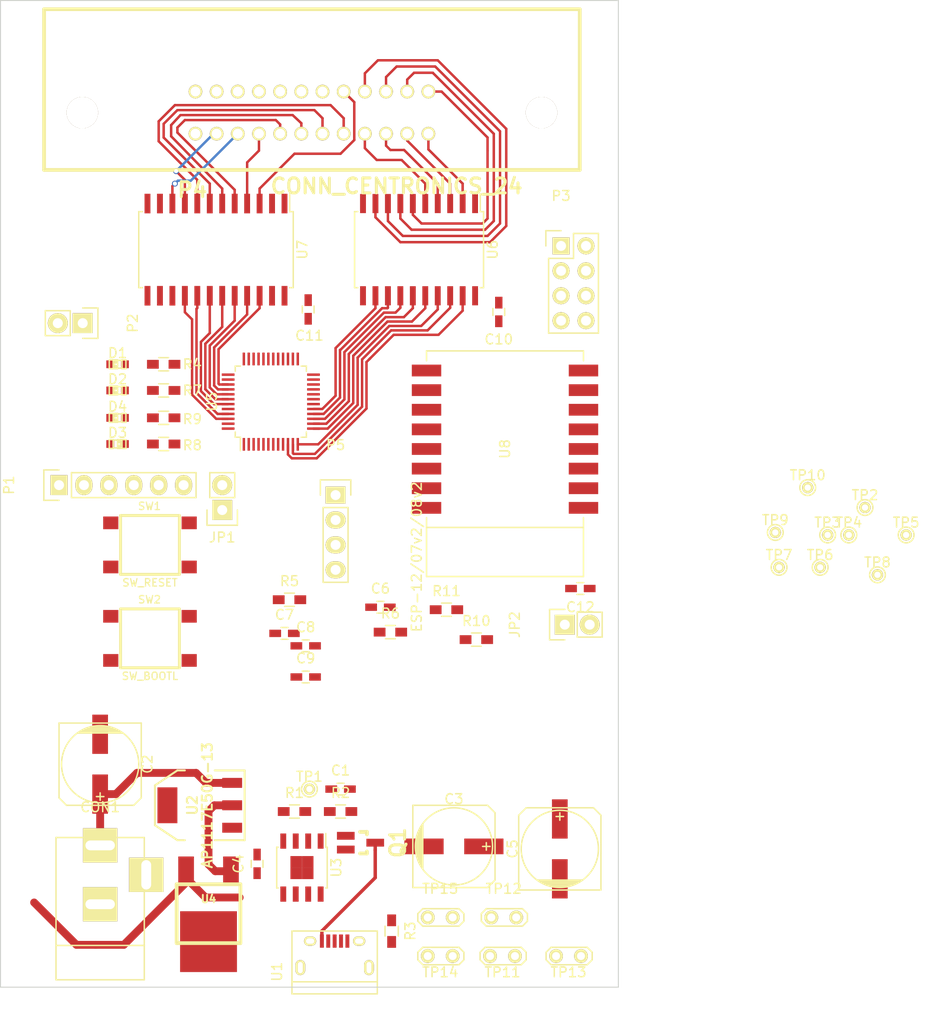
<source format=kicad_pcb>
(kicad_pcb (version 4) (host pcbnew "(2015-05-31 BZR 5692)-product")

  (general
    (links 181)
    (no_connects 153)
    (area 62.560999 28.016999 125.653001 128.701001)
    (thickness 1.6)
    (drawings 5)
    (tracks 222)
    (zones 0)
    (modules 61)
    (nets 83)
  )

  (page A4)
  (layers
    (0 F.Cu signal)
    (31 B.Cu signal)
    (32 B.Adhes user hide)
    (33 F.Adhes user hide)
    (34 B.Paste user hide)
    (35 F.Paste user hide)
    (36 B.SilkS user)
    (37 F.SilkS user)
    (38 B.Mask user hide)
    (39 F.Mask user hide)
    (40 Dwgs.User user hide)
    (41 Cmts.User user hide)
    (42 Eco1.User user hide)
    (43 Eco2.User user hide)
    (44 Edge.Cuts user)
    (45 Margin user hide)
    (46 B.CrtYd user)
    (47 F.CrtYd user)
    (48 B.Fab user)
    (49 F.Fab user)
  )

  (setup
    (last_trace_width 0.25)
    (user_trace_width 0.35)
    (user_trace_width 0.5)
    (user_trace_width 0.8)
    (user_trace_width 1)
    (trace_clearance 0.2)
    (zone_clearance 0.508)
    (zone_45_only no)
    (trace_min 0.2)
    (segment_width 0.2)
    (edge_width 0.1)
    (via_size 0.6)
    (via_drill 0.4)
    (via_min_size 0.4)
    (via_min_drill 0.3)
    (uvia_size 0.3)
    (uvia_drill 0.1)
    (uvias_allowed no)
    (uvia_min_size 0.2)
    (uvia_min_drill 0.1)
    (pcb_text_width 0.3)
    (pcb_text_size 1.5 1.5)
    (mod_edge_width 0.15)
    (mod_text_size 1 1)
    (mod_text_width 0.15)
    (pad_size 1.5 1.5)
    (pad_drill 0.6)
    (pad_to_mask_clearance 0)
    (aux_axis_origin 0 0)
    (visible_elements FFFFFF7F)
    (pcbplotparams
      (layerselection 0x00030_80000001)
      (usegerberextensions false)
      (excludeedgelayer true)
      (linewidth 0.100000)
      (plotframeref false)
      (viasonmask false)
      (mode 1)
      (useauxorigin false)
      (hpglpennumber 1)
      (hpglpenspeed 20)
      (hpglpendiameter 15)
      (hpglpenoverlay 2)
      (psnegative false)
      (psa4output false)
      (plotreference true)
      (plotvalue true)
      (plotinvisibletext false)
      (padsonsilk false)
      (subtractmaskfromsilk false)
      (outputformat 1)
      (mirror false)
      (drillshape 1)
      (scaleselection 1)
      (outputdirectory ""))
  )

  (net 0 "")
  (net 1 "Net-(C1-Pad1)")
  (net 2 GND)
  (net 3 VIN)
  (net 4 +5V)
  (net 5 +3.3V)
  (net 6 "Net-(C6-Pad1)")
  (net 7 NRST)
  (net 8 "Net-(D1-Pad1)")
  (net 9 "Net-(D2-Pad1)")
  (net 10 "Net-(D3-Pad2)")
  (net 11 "Net-(D4-Pad1)")
  (net 12 SWDIO)
  (net 13 USB_NOE)
  (net 14 ESP_GPIO0)
  (net 15 SWCLK)
  (net 16 "Net-(P1-Pad6)")
  (net 17 USART1_TX)
  (net 18 USART1_RX)
  (net 19 "/GPIB and Cortex M0/ESP_GPIO_4")
  (net 20 "/GPIB and Cortex M0/ESP_GPIO_5")
  (net 21 "/GPIB and Cortex M0/ESP_GPIO_12")
  (net 22 "/GPIB and Cortex M0/ESP_GPIO_13")
  (net 23 "/GPIB and Cortex M0/ESP_GPIO_14")
  (net 24 "/GPIB and Cortex M0/ESP_GPIO_15")
  (net 25 GPIB_BUS_DAV)
  (net 26 GPIB_BUS_EOI)
  (net 27 GPIB_BUS_NDAC)
  (net 28 GPIB_BUS_NRFD)
  (net 29 GPIB_BUS_REN)
  (net 30 GPIB_BUS_IFC)
  (net 31 GPIB_BUS_SRQ)
  (net 32 GPIB_BUS_ATN)
  (net 33 GPIB_BUS_D4)
  (net 34 GPIB_BUS_D3)
  (net 35 GPIB_BUS_D2)
  (net 36 GPIB_BUS_D1)
  (net 37 GPIB_BUS_D8)
  (net 38 GPIB_BUS_D7)
  (net 39 GPIB_BUS_D6)
  (net 40 GPIB_BUS_D5)
  (net 41 "/GPIB and Cortex M0/ESP_RXD")
  (net 42 "/GPIB and Cortex M0/ESP_TXD")
  (net 43 "Net-(Q1-Pad1)")
  (net 44 "Net-(Q1-Pad3)")
  (net 45 "Net-(R3-Pad1)")
  (net 46 BOOT0)
  (net 47 "/GPIB and Cortex M0/ESP_GPIO_16")
  (net 48 GPIB_SEND_LED)
  (net 49 "/GPIB and Cortex M0/USB_D-")
  (net 50 "/GPIB and Cortex M0/USB_D+")
  (net 51 "Net-(U3-Pad7)")
  (net 52 "Net-(U5-Pad2)")
  (net 53 "Net-(U5-Pad3)")
  (net 54 "Net-(U5-Pad4)")
  (net 55 "Net-(U5-Pad5)")
  (net 56 "Net-(U5-Pad6)")
  (net 57 "Net-(U5-Pad10)")
  (net 58 "Net-(U5-Pad11)")
  (net 59 "Net-(U5-Pad12)")
  (net 60 "Net-(U5-Pad13)")
  (net 61 "Net-(U5-Pad14)")
  (net 62 "Net-(U5-Pad15)")
  (net 63 "Net-(U5-Pad16)")
  (net 64 "Net-(U5-Pad17)")
  (net 65 GPIB_DATA_TE)
  (net 66 GPIB_CTRL_TE)
  (net 67 "Net-(U5-Pad25)")
  (net 68 GPIB_CTRL_DC)
  (net 69 GPIB_CTRL_SC)
  (net 70 GPIB_DATA_PE)
  (net 71 "Net-(U5-Pad38)")
  (net 72 "Net-(U5-Pad39)")
  (net 73 "Net-(U5-Pad40)")
  (net 74 "Net-(U5-Pad41)")
  (net 75 "Net-(U5-Pad42)")
  (net 76 "Net-(U5-Pad43)")
  (net 77 "Net-(U5-Pad45)")
  (net 78 "Net-(U5-Pad46)")
  (net 79 "Net-(U7-Pad11)")
  (net 80 "Net-(U7-Pad14)")
  (net 81 "Net-(U7-Pad23)")
  (net 82 "Net-(U8-Pad2)")

  (net_class Default "This is the default net class."
    (clearance 0.2)
    (trace_width 0.25)
    (via_dia 0.6)
    (via_drill 0.4)
    (uvia_dia 0.3)
    (uvia_drill 0.1)
    (add_net +3.3V)
    (add_net +5V)
    (add_net "/GPIB and Cortex M0/ESP_GPIO_12")
    (add_net "/GPIB and Cortex M0/ESP_GPIO_13")
    (add_net "/GPIB and Cortex M0/ESP_GPIO_14")
    (add_net "/GPIB and Cortex M0/ESP_GPIO_15")
    (add_net "/GPIB and Cortex M0/ESP_GPIO_16")
    (add_net "/GPIB and Cortex M0/ESP_GPIO_4")
    (add_net "/GPIB and Cortex M0/ESP_GPIO_5")
    (add_net "/GPIB and Cortex M0/ESP_RXD")
    (add_net "/GPIB and Cortex M0/ESP_TXD")
    (add_net "/GPIB and Cortex M0/USB_D+")
    (add_net "/GPIB and Cortex M0/USB_D-")
    (add_net BOOT0)
    (add_net ESP_GPIO0)
    (add_net GND)
    (add_net GPIB_BUS_ATN)
    (add_net GPIB_BUS_D1)
    (add_net GPIB_BUS_D2)
    (add_net GPIB_BUS_D3)
    (add_net GPIB_BUS_D4)
    (add_net GPIB_BUS_D5)
    (add_net GPIB_BUS_D6)
    (add_net GPIB_BUS_D7)
    (add_net GPIB_BUS_D8)
    (add_net GPIB_BUS_DAV)
    (add_net GPIB_BUS_EOI)
    (add_net GPIB_BUS_IFC)
    (add_net GPIB_BUS_NDAC)
    (add_net GPIB_BUS_NRFD)
    (add_net GPIB_BUS_REN)
    (add_net GPIB_BUS_SRQ)
    (add_net GPIB_CTRL_DC)
    (add_net GPIB_CTRL_SC)
    (add_net GPIB_CTRL_TE)
    (add_net GPIB_DATA_PE)
    (add_net GPIB_DATA_TE)
    (add_net GPIB_SEND_LED)
    (add_net NRST)
    (add_net "Net-(C1-Pad1)")
    (add_net "Net-(C6-Pad1)")
    (add_net "Net-(D1-Pad1)")
    (add_net "Net-(D2-Pad1)")
    (add_net "Net-(D3-Pad2)")
    (add_net "Net-(D4-Pad1)")
    (add_net "Net-(P1-Pad6)")
    (add_net "Net-(Q1-Pad1)")
    (add_net "Net-(Q1-Pad3)")
    (add_net "Net-(R3-Pad1)")
    (add_net "Net-(U3-Pad7)")
    (add_net "Net-(U5-Pad10)")
    (add_net "Net-(U5-Pad11)")
    (add_net "Net-(U5-Pad12)")
    (add_net "Net-(U5-Pad13)")
    (add_net "Net-(U5-Pad14)")
    (add_net "Net-(U5-Pad15)")
    (add_net "Net-(U5-Pad16)")
    (add_net "Net-(U5-Pad17)")
    (add_net "Net-(U5-Pad2)")
    (add_net "Net-(U5-Pad25)")
    (add_net "Net-(U5-Pad3)")
    (add_net "Net-(U5-Pad38)")
    (add_net "Net-(U5-Pad39)")
    (add_net "Net-(U5-Pad4)")
    (add_net "Net-(U5-Pad40)")
    (add_net "Net-(U5-Pad41)")
    (add_net "Net-(U5-Pad42)")
    (add_net "Net-(U5-Pad43)")
    (add_net "Net-(U5-Pad45)")
    (add_net "Net-(U5-Pad46)")
    (add_net "Net-(U5-Pad5)")
    (add_net "Net-(U5-Pad6)")
    (add_net "Net-(U7-Pad11)")
    (add_net "Net-(U7-Pad14)")
    (add_net "Net-(U7-Pad23)")
    (add_net "Net-(U8-Pad2)")
    (add_net SWCLK)
    (add_net SWDIO)
    (add_net USART1_RX)
    (add_net USART1_TX)
    (add_net USB_NOE)
    (add_net VIN)
  )

  (net_class PWR ""
    (clearance 0.2)
    (trace_width 0.5)
    (via_dia 1)
    (via_drill 0.6)
    (uvia_dia 0.3)
    (uvia_drill 0.1)
  )

  (module Capacitors_SMD:C_0603_HandSoldering (layer F.Cu) (tedit 541A9B4D) (tstamp 556B18F2)
    (at 97.282 108.458)
    (descr "Capacitor SMD 0603, hand soldering")
    (tags "capacitor 0603")
    (path /5565FD51/55661649)
    (attr smd)
    (fp_text reference C1 (at 0 -1.9) (layer F.SilkS)
      (effects (font (size 1 1) (thickness 0.15)))
    )
    (fp_text value 100n (at 0 1.9) (layer F.Fab)
      (effects (font (size 1 1) (thickness 0.15)))
    )
    (fp_line (start -1.85 -0.75) (end 1.85 -0.75) (layer F.CrtYd) (width 0.05))
    (fp_line (start -1.85 0.75) (end 1.85 0.75) (layer F.CrtYd) (width 0.05))
    (fp_line (start -1.85 -0.75) (end -1.85 0.75) (layer F.CrtYd) (width 0.05))
    (fp_line (start 1.85 -0.75) (end 1.85 0.75) (layer F.CrtYd) (width 0.05))
    (fp_line (start -0.35 -0.6) (end 0.35 -0.6) (layer F.SilkS) (width 0.15))
    (fp_line (start 0.35 0.6) (end -0.35 0.6) (layer F.SilkS) (width 0.15))
    (pad 1 smd rect (at -0.95 0) (size 1.2 0.75) (layers F.Cu F.Paste F.Mask)
      (net 1 "Net-(C1-Pad1)"))
    (pad 2 smd rect (at 0.95 0) (size 1.2 0.75) (layers F.Cu F.Paste F.Mask)
      (net 2 GND))
    (model Capacitors_SMD.3dshapes/C_0603_HandSoldering.wrl
      (at (xyz 0 0 0))
      (scale (xyz 1 1 1))
      (rotate (xyz 0 0 0))
    )
  )

  (module Capacitors_SMD:c_elec_8x6.5 (layer F.Cu) (tedit 0) (tstamp 556B18F8)
    (at 72.771 105.918 270)
    (descr "SMT capacitor, aluminium electrolytic, 8x6.5")
    (path /5565FD51/5566535A)
    (fp_text reference C2 (at 0 -4.826 270) (layer F.SilkS)
      (effects (font (size 1 1) (thickness 0.15)))
    )
    (fp_text value 47u (at 0 4.826 270) (layer F.Fab)
      (effects (font (size 1 1) (thickness 0.15)))
    )
    (fp_line (start -3.81 -1.016) (end -3.81 1.016) (layer F.SilkS) (width 0.15))
    (fp_line (start -3.683 1.397) (end -3.683 -1.397) (layer F.SilkS) (width 0.15))
    (fp_line (start -3.556 -1.651) (end -3.556 1.651) (layer F.SilkS) (width 0.15))
    (fp_line (start -3.429 1.905) (end -3.429 -1.905) (layer F.SilkS) (width 0.15))
    (fp_line (start -3.302 2.032) (end -3.302 -2.032) (layer F.SilkS) (width 0.15))
    (fp_line (start -3.175 -2.286) (end -3.175 2.286) (layer F.SilkS) (width 0.15))
    (fp_circle (center 0 0) (end 3.937 0) (layer F.SilkS) (width 0.15))
    (fp_line (start -4.191 -4.191) (end -4.191 4.191) (layer F.SilkS) (width 0.15))
    (fp_line (start -4.191 4.191) (end 3.429 4.191) (layer F.SilkS) (width 0.15))
    (fp_line (start 3.429 4.191) (end 4.191 3.429) (layer F.SilkS) (width 0.15))
    (fp_line (start 4.191 3.429) (end 4.191 -3.429) (layer F.SilkS) (width 0.15))
    (fp_line (start 4.191 -3.429) (end 3.429 -4.191) (layer F.SilkS) (width 0.15))
    (fp_line (start 3.429 -4.191) (end -4.191 -4.191) (layer F.SilkS) (width 0.15))
    (fp_line (start 3.683 0) (end 2.921 0) (layer F.SilkS) (width 0.15))
    (fp_line (start 3.302 -0.381) (end 3.302 0.381) (layer F.SilkS) (width 0.15))
    (pad 1 smd rect (at 3.05054 0 270) (size 4.0005 1.6002) (layers F.Cu F.Paste F.Mask)
      (net 3 VIN))
    (pad 2 smd rect (at -3.05054 0 270) (size 4.0005 1.6002) (layers F.Cu F.Paste F.Mask)
      (net 2 GND))
    (model Capacitors_SMD.3dshapes/c_elec_8x6.5.wrl
      (at (xyz 0 0 0))
      (scale (xyz 1 1 1))
      (rotate (xyz 0 0 0))
    )
  )

  (module Capacitors_SMD:c_elec_8x6.5 (layer F.Cu) (tedit 0) (tstamp 556B18FE)
    (at 108.839 114.3)
    (descr "SMT capacitor, aluminium electrolytic, 8x6.5")
    (path /5565FD51/55665905)
    (fp_text reference C3 (at 0 -4.826) (layer F.SilkS)
      (effects (font (size 1 1) (thickness 0.15)))
    )
    (fp_text value 47u (at 0 4.826) (layer F.Fab)
      (effects (font (size 1 1) (thickness 0.15)))
    )
    (fp_line (start -3.81 -1.016) (end -3.81 1.016) (layer F.SilkS) (width 0.15))
    (fp_line (start -3.683 1.397) (end -3.683 -1.397) (layer F.SilkS) (width 0.15))
    (fp_line (start -3.556 -1.651) (end -3.556 1.651) (layer F.SilkS) (width 0.15))
    (fp_line (start -3.429 1.905) (end -3.429 -1.905) (layer F.SilkS) (width 0.15))
    (fp_line (start -3.302 2.032) (end -3.302 -2.032) (layer F.SilkS) (width 0.15))
    (fp_line (start -3.175 -2.286) (end -3.175 2.286) (layer F.SilkS) (width 0.15))
    (fp_circle (center 0 0) (end 3.937 0) (layer F.SilkS) (width 0.15))
    (fp_line (start -4.191 -4.191) (end -4.191 4.191) (layer F.SilkS) (width 0.15))
    (fp_line (start -4.191 4.191) (end 3.429 4.191) (layer F.SilkS) (width 0.15))
    (fp_line (start 3.429 4.191) (end 4.191 3.429) (layer F.SilkS) (width 0.15))
    (fp_line (start 4.191 3.429) (end 4.191 -3.429) (layer F.SilkS) (width 0.15))
    (fp_line (start 4.191 -3.429) (end 3.429 -4.191) (layer F.SilkS) (width 0.15))
    (fp_line (start 3.429 -4.191) (end -4.191 -4.191) (layer F.SilkS) (width 0.15))
    (fp_line (start 3.683 0) (end 2.921 0) (layer F.SilkS) (width 0.15))
    (fp_line (start 3.302 -0.381) (end 3.302 0.381) (layer F.SilkS) (width 0.15))
    (pad 1 smd rect (at 3.05054 0) (size 4.0005 1.6002) (layers F.Cu F.Paste F.Mask)
      (net 4 +5V))
    (pad 2 smd rect (at -3.05054 0) (size 4.0005 1.6002) (layers F.Cu F.Paste F.Mask)
      (net 2 GND))
    (model Capacitors_SMD.3dshapes/c_elec_8x6.5.wrl
      (at (xyz 0 0 0))
      (scale (xyz 1 1 1))
      (rotate (xyz 0 0 0))
    )
  )

  (module Capacitors_SMD:C_0603_HandSoldering (layer F.Cu) (tedit 541A9B4D) (tstamp 556B1904)
    (at 88.773 116.078 90)
    (descr "Capacitor SMD 0603, hand soldering")
    (tags "capacitor 0603")
    (path /5565FD51/55665C0A)
    (attr smd)
    (fp_text reference C4 (at 0 -1.9 90) (layer F.SilkS)
      (effects (font (size 1 1) (thickness 0.15)))
    )
    (fp_text value 0.33u (at 0 1.9 90) (layer F.Fab)
      (effects (font (size 1 1) (thickness 0.15)))
    )
    (fp_line (start -1.85 -0.75) (end 1.85 -0.75) (layer F.CrtYd) (width 0.05))
    (fp_line (start -1.85 0.75) (end 1.85 0.75) (layer F.CrtYd) (width 0.05))
    (fp_line (start -1.85 -0.75) (end -1.85 0.75) (layer F.CrtYd) (width 0.05))
    (fp_line (start 1.85 -0.75) (end 1.85 0.75) (layer F.CrtYd) (width 0.05))
    (fp_line (start -0.35 -0.6) (end 0.35 -0.6) (layer F.SilkS) (width 0.15))
    (fp_line (start 0.35 0.6) (end -0.35 0.6) (layer F.SilkS) (width 0.15))
    (pad 1 smd rect (at -0.95 0 90) (size 1.2 0.75) (layers F.Cu F.Paste F.Mask)
      (net 4 +5V))
    (pad 2 smd rect (at 0.95 0 90) (size 1.2 0.75) (layers F.Cu F.Paste F.Mask)
      (net 2 GND))
    (model Capacitors_SMD.3dshapes/C_0603_HandSoldering.wrl
      (at (xyz 0 0 0))
      (scale (xyz 1 1 1))
      (rotate (xyz 0 0 0))
    )
  )

  (module Capacitors_SMD:c_elec_8x6.5 (layer F.Cu) (tedit 0) (tstamp 556B190A)
    (at 119.634 114.554 90)
    (descr "SMT capacitor, aluminium electrolytic, 8x6.5")
    (path /5565FD51/55665B22)
    (fp_text reference C5 (at 0 -4.826 90) (layer F.SilkS)
      (effects (font (size 1 1) (thickness 0.15)))
    )
    (fp_text value 47u (at 0 4.826 90) (layer F.Fab)
      (effects (font (size 1 1) (thickness 0.15)))
    )
    (fp_line (start -3.81 -1.016) (end -3.81 1.016) (layer F.SilkS) (width 0.15))
    (fp_line (start -3.683 1.397) (end -3.683 -1.397) (layer F.SilkS) (width 0.15))
    (fp_line (start -3.556 -1.651) (end -3.556 1.651) (layer F.SilkS) (width 0.15))
    (fp_line (start -3.429 1.905) (end -3.429 -1.905) (layer F.SilkS) (width 0.15))
    (fp_line (start -3.302 2.032) (end -3.302 -2.032) (layer F.SilkS) (width 0.15))
    (fp_line (start -3.175 -2.286) (end -3.175 2.286) (layer F.SilkS) (width 0.15))
    (fp_circle (center 0 0) (end 3.937 0) (layer F.SilkS) (width 0.15))
    (fp_line (start -4.191 -4.191) (end -4.191 4.191) (layer F.SilkS) (width 0.15))
    (fp_line (start -4.191 4.191) (end 3.429 4.191) (layer F.SilkS) (width 0.15))
    (fp_line (start 3.429 4.191) (end 4.191 3.429) (layer F.SilkS) (width 0.15))
    (fp_line (start 4.191 3.429) (end 4.191 -3.429) (layer F.SilkS) (width 0.15))
    (fp_line (start 4.191 -3.429) (end 3.429 -4.191) (layer F.SilkS) (width 0.15))
    (fp_line (start 3.429 -4.191) (end -4.191 -4.191) (layer F.SilkS) (width 0.15))
    (fp_line (start 3.683 0) (end 2.921 0) (layer F.SilkS) (width 0.15))
    (fp_line (start 3.302 -0.381) (end 3.302 0.381) (layer F.SilkS) (width 0.15))
    (pad 1 smd rect (at 3.05054 0 90) (size 4.0005 1.6002) (layers F.Cu F.Paste F.Mask)
      (net 5 +3.3V))
    (pad 2 smd rect (at -3.05054 0 90) (size 4.0005 1.6002) (layers F.Cu F.Paste F.Mask)
      (net 2 GND))
    (model Capacitors_SMD.3dshapes/c_elec_8x6.5.wrl
      (at (xyz 0 0 0))
      (scale (xyz 1 1 1))
      (rotate (xyz 0 0 0))
    )
  )

  (module Capacitors_SMD:C_0603_HandSoldering (layer F.Cu) (tedit 541A9B4D) (tstamp 556B1910)
    (at 101.346 89.916)
    (descr "Capacitor SMD 0603, hand soldering")
    (tags "capacitor 0603")
    (path /55667032/5569BED9)
    (attr smd)
    (fp_text reference C6 (at 0 -1.9) (layer F.SilkS)
      (effects (font (size 1 1) (thickness 0.15)))
    )
    (fp_text value 100n (at 0 1.9) (layer F.Fab)
      (effects (font (size 1 1) (thickness 0.15)))
    )
    (fp_line (start -1.85 -0.75) (end 1.85 -0.75) (layer F.CrtYd) (width 0.05))
    (fp_line (start -1.85 0.75) (end 1.85 0.75) (layer F.CrtYd) (width 0.05))
    (fp_line (start -1.85 -0.75) (end -1.85 0.75) (layer F.CrtYd) (width 0.05))
    (fp_line (start 1.85 -0.75) (end 1.85 0.75) (layer F.CrtYd) (width 0.05))
    (fp_line (start -0.35 -0.6) (end 0.35 -0.6) (layer F.SilkS) (width 0.15))
    (fp_line (start 0.35 0.6) (end -0.35 0.6) (layer F.SilkS) (width 0.15))
    (pad 1 smd rect (at -0.95 0) (size 1.2 0.75) (layers F.Cu F.Paste F.Mask)
      (net 6 "Net-(C6-Pad1)"))
    (pad 2 smd rect (at 0.95 0) (size 1.2 0.75) (layers F.Cu F.Paste F.Mask)
      (net 5 +3.3V))
    (model Capacitors_SMD.3dshapes/C_0603_HandSoldering.wrl
      (at (xyz 0 0 0))
      (scale (xyz 1 1 1))
      (rotate (xyz 0 0 0))
    )
  )

  (module Capacitors_SMD:C_0603_HandSoldering (layer F.Cu) (tedit 541A9B4D) (tstamp 556B1916)
    (at 91.567 92.583)
    (descr "Capacitor SMD 0603, hand soldering")
    (tags "capacitor 0603")
    (path /55667032/5569A6F8)
    (attr smd)
    (fp_text reference C7 (at 0 -1.9) (layer F.SilkS)
      (effects (font (size 1 1) (thickness 0.15)))
    )
    (fp_text value 100n (at 0 1.9) (layer F.Fab)
      (effects (font (size 1 1) (thickness 0.15)))
    )
    (fp_line (start -1.85 -0.75) (end 1.85 -0.75) (layer F.CrtYd) (width 0.05))
    (fp_line (start -1.85 0.75) (end 1.85 0.75) (layer F.CrtYd) (width 0.05))
    (fp_line (start -1.85 -0.75) (end -1.85 0.75) (layer F.CrtYd) (width 0.05))
    (fp_line (start 1.85 -0.75) (end 1.85 0.75) (layer F.CrtYd) (width 0.05))
    (fp_line (start -0.35 -0.6) (end 0.35 -0.6) (layer F.SilkS) (width 0.15))
    (fp_line (start 0.35 0.6) (end -0.35 0.6) (layer F.SilkS) (width 0.15))
    (pad 1 smd rect (at -0.95 0) (size 1.2 0.75) (layers F.Cu F.Paste F.Mask)
      (net 2 GND))
    (pad 2 smd rect (at 0.95 0) (size 1.2 0.75) (layers F.Cu F.Paste F.Mask)
      (net 7 NRST))
    (model Capacitors_SMD.3dshapes/C_0603_HandSoldering.wrl
      (at (xyz 0 0 0))
      (scale (xyz 1 1 1))
      (rotate (xyz 0 0 0))
    )
  )

  (module Capacitors_SMD:C_0603_HandSoldering (layer F.Cu) (tedit 541A9B4D) (tstamp 556B191C)
    (at 93.726 93.853)
    (descr "Capacitor SMD 0603, hand soldering")
    (tags "capacitor 0603")
    (path /55667032/556A2CAC)
    (attr smd)
    (fp_text reference C8 (at 0 -1.9) (layer F.SilkS)
      (effects (font (size 1 1) (thickness 0.15)))
    )
    (fp_text value 100n (at 0 1.9) (layer F.Fab)
      (effects (font (size 1 1) (thickness 0.15)))
    )
    (fp_line (start -1.85 -0.75) (end 1.85 -0.75) (layer F.CrtYd) (width 0.05))
    (fp_line (start -1.85 0.75) (end 1.85 0.75) (layer F.CrtYd) (width 0.05))
    (fp_line (start -1.85 -0.75) (end -1.85 0.75) (layer F.CrtYd) (width 0.05))
    (fp_line (start 1.85 -0.75) (end 1.85 0.75) (layer F.CrtYd) (width 0.05))
    (fp_line (start -0.35 -0.6) (end 0.35 -0.6) (layer F.SilkS) (width 0.15))
    (fp_line (start 0.35 0.6) (end -0.35 0.6) (layer F.SilkS) (width 0.15))
    (pad 1 smd rect (at -0.95 0) (size 1.2 0.75) (layers F.Cu F.Paste F.Mask)
      (net 2 GND))
    (pad 2 smd rect (at 0.95 0) (size 1.2 0.75) (layers F.Cu F.Paste F.Mask)
      (net 5 +3.3V))
    (model Capacitors_SMD.3dshapes/C_0603_HandSoldering.wrl
      (at (xyz 0 0 0))
      (scale (xyz 1 1 1))
      (rotate (xyz 0 0 0))
    )
  )

  (module Capacitors_SMD:C_0603_HandSoldering (layer F.Cu) (tedit 541A9B4D) (tstamp 556B1922)
    (at 93.726 97.028)
    (descr "Capacitor SMD 0603, hand soldering")
    (tags "capacitor 0603")
    (path /55667032/556A2E72)
    (attr smd)
    (fp_text reference C9 (at 0 -1.9) (layer F.SilkS)
      (effects (font (size 1 1) (thickness 0.15)))
    )
    (fp_text value 1u (at 0 1.9) (layer F.Fab)
      (effects (font (size 1 1) (thickness 0.15)))
    )
    (fp_line (start -1.85 -0.75) (end 1.85 -0.75) (layer F.CrtYd) (width 0.05))
    (fp_line (start -1.85 0.75) (end 1.85 0.75) (layer F.CrtYd) (width 0.05))
    (fp_line (start -1.85 -0.75) (end -1.85 0.75) (layer F.CrtYd) (width 0.05))
    (fp_line (start 1.85 -0.75) (end 1.85 0.75) (layer F.CrtYd) (width 0.05))
    (fp_line (start -0.35 -0.6) (end 0.35 -0.6) (layer F.SilkS) (width 0.15))
    (fp_line (start 0.35 0.6) (end -0.35 0.6) (layer F.SilkS) (width 0.15))
    (pad 1 smd rect (at -0.95 0) (size 1.2 0.75) (layers F.Cu F.Paste F.Mask)
      (net 2 GND))
    (pad 2 smd rect (at 0.95 0) (size 1.2 0.75) (layers F.Cu F.Paste F.Mask)
      (net 5 +3.3V))
    (model Capacitors_SMD.3dshapes/C_0603_HandSoldering.wrl
      (at (xyz 0 0 0))
      (scale (xyz 1 1 1))
      (rotate (xyz 0 0 0))
    )
  )

  (module Capacitors_SMD:C_0603_HandSoldering (layer F.Cu) (tedit 556B4707) (tstamp 556B1928)
    (at 113.411 59.817 90)
    (descr "Capacitor SMD 0603, hand soldering")
    (tags "capacitor 0603")
    (path /55667032/5567C250)
    (attr smd)
    (fp_text reference C10 (at -2.794 0 180) (layer F.SilkS)
      (effects (font (size 1 1) (thickness 0.15)))
    )
    (fp_text value 100n (at 0 1.9 90) (layer F.Fab) hide
      (effects (font (size 1 1) (thickness 0.15)))
    )
    (fp_line (start -1.85 -0.75) (end 1.85 -0.75) (layer F.CrtYd) (width 0.05))
    (fp_line (start -1.85 0.75) (end 1.85 0.75) (layer F.CrtYd) (width 0.05))
    (fp_line (start -1.85 -0.75) (end -1.85 0.75) (layer F.CrtYd) (width 0.05))
    (fp_line (start 1.85 -0.75) (end 1.85 0.75) (layer F.CrtYd) (width 0.05))
    (fp_line (start -0.35 -0.6) (end 0.35 -0.6) (layer F.SilkS) (width 0.15))
    (fp_line (start 0.35 0.6) (end -0.35 0.6) (layer F.SilkS) (width 0.15))
    (pad 1 smd rect (at -0.95 0 90) (size 1.2 0.75) (layers F.Cu F.Paste F.Mask)
      (net 4 +5V))
    (pad 2 smd rect (at 0.95 0 90) (size 1.2 0.75) (layers F.Cu F.Paste F.Mask)
      (net 2 GND))
    (model Capacitors_SMD.3dshapes/C_0603_HandSoldering.wrl
      (at (xyz 0 0 0))
      (scale (xyz 1 1 1))
      (rotate (xyz 0 0 0))
    )
  )

  (module Capacitors_SMD:C_0603_HandSoldering (layer F.Cu) (tedit 556B46E5) (tstamp 556B192E)
    (at 93.98 59.563 90)
    (descr "Capacitor SMD 0603, hand soldering")
    (tags "capacitor 0603")
    (path /55667032/5567C28D)
    (attr smd)
    (fp_text reference C11 (at -2.667 0.127 180) (layer F.SilkS)
      (effects (font (size 1 1) (thickness 0.15)))
    )
    (fp_text value 100n (at 0 1.9 90) (layer F.Fab) hide
      (effects (font (size 1 1) (thickness 0.15)))
    )
    (fp_line (start -1.85 -0.75) (end 1.85 -0.75) (layer F.CrtYd) (width 0.05))
    (fp_line (start -1.85 0.75) (end 1.85 0.75) (layer F.CrtYd) (width 0.05))
    (fp_line (start -1.85 -0.75) (end -1.85 0.75) (layer F.CrtYd) (width 0.05))
    (fp_line (start 1.85 -0.75) (end 1.85 0.75) (layer F.CrtYd) (width 0.05))
    (fp_line (start -0.35 -0.6) (end 0.35 -0.6) (layer F.SilkS) (width 0.15))
    (fp_line (start 0.35 0.6) (end -0.35 0.6) (layer F.SilkS) (width 0.15))
    (pad 1 smd rect (at -0.95 0 90) (size 1.2 0.75) (layers F.Cu F.Paste F.Mask)
      (net 4 +5V))
    (pad 2 smd rect (at 0.95 0 90) (size 1.2 0.75) (layers F.Cu F.Paste F.Mask)
      (net 2 GND))
    (model Capacitors_SMD.3dshapes/C_0603_HandSoldering.wrl
      (at (xyz 0 0 0))
      (scale (xyz 1 1 1))
      (rotate (xyz 0 0 0))
    )
  )

  (module Capacitors_SMD:C_0603_HandSoldering (layer F.Cu) (tedit 541A9B4D) (tstamp 556B1934)
    (at 121.727 88.011 180)
    (descr "Capacitor SMD 0603, hand soldering")
    (tags "capacitor 0603")
    (path /55667043/5566923C)
    (attr smd)
    (fp_text reference C12 (at 0 -1.9 180) (layer F.SilkS)
      (effects (font (size 1 1) (thickness 0.15)))
    )
    (fp_text value C (at 0 1.9 180) (layer F.Fab)
      (effects (font (size 1 1) (thickness 0.15)))
    )
    (fp_line (start -1.85 -0.75) (end 1.85 -0.75) (layer F.CrtYd) (width 0.05))
    (fp_line (start -1.85 0.75) (end 1.85 0.75) (layer F.CrtYd) (width 0.05))
    (fp_line (start -1.85 -0.75) (end -1.85 0.75) (layer F.CrtYd) (width 0.05))
    (fp_line (start 1.85 -0.75) (end 1.85 0.75) (layer F.CrtYd) (width 0.05))
    (fp_line (start -0.35 -0.6) (end 0.35 -0.6) (layer F.SilkS) (width 0.15))
    (fp_line (start 0.35 0.6) (end -0.35 0.6) (layer F.SilkS) (width 0.15))
    (pad 1 smd rect (at -0.95 0 180) (size 1.2 0.75) (layers F.Cu F.Paste F.Mask)
      (net 5 +3.3V))
    (pad 2 smd rect (at 0.95 0 180) (size 1.2 0.75) (layers F.Cu F.Paste F.Mask)
      (net 2 GND))
    (model Capacitors_SMD.3dshapes/C_0603_HandSoldering.wrl
      (at (xyz 0 0 0))
      (scale (xyz 1 1 1))
      (rotate (xyz 0 0 0))
    )
  )

  (module Connect:BARREL_JACK (layer F.Cu) (tedit 0) (tstamp 556B193B)
    (at 72.771 120.396 90)
    (descr "DC Barrel Jack")
    (tags "Power Jack")
    (path /5565FD51/5566063A)
    (fp_text reference CON1 (at 10.09904 0 180) (layer F.SilkS)
      (effects (font (size 1 1) (thickness 0.15)))
    )
    (fp_text value POWER_BARREL (at 0 -5.99948 90) (layer F.Fab)
      (effects (font (size 1 1) (thickness 0.15)))
    )
    (fp_line (start -4.0005 -4.50088) (end -4.0005 4.50088) (layer F.SilkS) (width 0.15))
    (fp_line (start -7.50062 -4.50088) (end -7.50062 4.50088) (layer F.SilkS) (width 0.15))
    (fp_line (start -7.50062 4.50088) (end 7.00024 4.50088) (layer F.SilkS) (width 0.15))
    (fp_line (start 7.00024 4.50088) (end 7.00024 -4.50088) (layer F.SilkS) (width 0.15))
    (fp_line (start 7.00024 -4.50088) (end -7.50062 -4.50088) (layer F.SilkS) (width 0.15))
    (pad 1 thru_hole rect (at 6.20014 0 90) (size 3.50012 3.50012) (drill oval 1.00076 2.99974) (layers *.Cu *.Mask F.SilkS)
      (net 3 VIN))
    (pad 2 thru_hole rect (at 0.20066 0 90) (size 3.50012 3.50012) (drill oval 1.00076 2.99974) (layers *.Cu *.Mask F.SilkS)
      (net 2 GND))
    (pad 3 thru_hole rect (at 3.2004 4.699 90) (size 3.50012 3.50012) (drill oval 2.99974 1.00076) (layers *.Cu *.Mask F.SilkS)
      (net 2 GND))
  )

  (module LEDs:LED-0603 (layer F.Cu) (tedit 556B4622) (tstamp 556B1941)
    (at 74.549 65.151 180)
    (descr "LED 0603 smd package")
    (tags "LED led 0603 SMD smd SMT smt smdled SMDLED smtled SMTLED")
    (path /5565FD51/55660A5B)
    (attr smd)
    (fp_text reference D1 (at 0 1.143 180) (layer F.SilkS)
      (effects (font (size 1 1) (thickness 0.15)))
    )
    (fp_text value LED_POWER (at 4.445 0 180) (layer F.Fab)
      (effects (font (size 1 1) (thickness 0.15)))
    )
    (fp_line (start 0.44958 -0.44958) (end 0.44958 0.44958) (layer F.SilkS) (width 0.15))
    (fp_line (start 0.44958 0.44958) (end 0.84836 0.44958) (layer F.SilkS) (width 0.15))
    (fp_line (start 0.84836 -0.44958) (end 0.84836 0.44958) (layer F.SilkS) (width 0.15))
    (fp_line (start 0.44958 -0.44958) (end 0.84836 -0.44958) (layer F.SilkS) (width 0.15))
    (fp_line (start -0.84836 -0.44958) (end -0.84836 0.44958) (layer F.SilkS) (width 0.15))
    (fp_line (start -0.84836 0.44958) (end -0.44958 0.44958) (layer F.SilkS) (width 0.15))
    (fp_line (start -0.44958 -0.44958) (end -0.44958 0.44958) (layer F.SilkS) (width 0.15))
    (fp_line (start -0.84836 -0.44958) (end -0.44958 -0.44958) (layer F.SilkS) (width 0.15))
    (fp_line (start 0 -0.44958) (end 0 -0.29972) (layer F.SilkS) (width 0.15))
    (fp_line (start 0 -0.29972) (end 0.29972 -0.29972) (layer F.SilkS) (width 0.15))
    (fp_line (start 0.29972 -0.44958) (end 0.29972 -0.29972) (layer F.SilkS) (width 0.15))
    (fp_line (start 0 -0.44958) (end 0.29972 -0.44958) (layer F.SilkS) (width 0.15))
    (fp_line (start 0 0.29972) (end 0 0.44958) (layer F.SilkS) (width 0.15))
    (fp_line (start 0 0.44958) (end 0.29972 0.44958) (layer F.SilkS) (width 0.15))
    (fp_line (start 0.29972 0.29972) (end 0.29972 0.44958) (layer F.SilkS) (width 0.15))
    (fp_line (start 0 0.29972) (end 0.29972 0.29972) (layer F.SilkS) (width 0.15))
    (fp_line (start 0 -0.14986) (end 0 0.14986) (layer F.SilkS) (width 0.15))
    (fp_line (start 0 0.14986) (end 0.29972 0.14986) (layer F.SilkS) (width 0.15))
    (fp_line (start 0.29972 -0.14986) (end 0.29972 0.14986) (layer F.SilkS) (width 0.15))
    (fp_line (start 0 -0.14986) (end 0.29972 -0.14986) (layer F.SilkS) (width 0.15))
    (fp_line (start 0.44958 -0.39878) (end -0.44958 -0.39878) (layer F.SilkS) (width 0.15))
    (fp_line (start 0.44958 0.39878) (end -0.44958 0.39878) (layer F.SilkS) (width 0.15))
    (pad 1 smd rect (at -0.7493 0 180) (size 0.79756 0.79756) (layers F.Cu F.Paste F.Mask)
      (net 8 "Net-(D1-Pad1)"))
    (pad 2 smd rect (at 0.7493 0 180) (size 0.79756 0.79756) (layers F.Cu F.Paste F.Mask)
      (net 2 GND))
    (model /home/bitdivision/kicad-library/modules/packages3d/Capacitors_SMD.3dshapes/C_0603.wrl
      (at (xyz 0 0 0))
      (scale (xyz 1 1 1))
      (rotate (xyz 0 0 0))
    )
  )

  (module LEDs:LED-0603 (layer F.Cu) (tedit 556B461E) (tstamp 556B1947)
    (at 74.549 67.818 180)
    (descr "LED 0603 smd package")
    (tags "LED led 0603 SMD smd SMT smt smdled SMDLED smtled SMTLED")
    (path /55667032/556AE3D5)
    (attr smd)
    (fp_text reference D2 (at 0 1.143 180) (layer F.SilkS)
      (effects (font (size 1 1) (thickness 0.15)))
    )
    (fp_text value WIFI_CONNECTED_LED (at 3.302 0 180) (layer F.Fab)
      (effects (font (size 1 1) (thickness 0.15)))
    )
    (fp_line (start 0.44958 -0.44958) (end 0.44958 0.44958) (layer F.SilkS) (width 0.15))
    (fp_line (start 0.44958 0.44958) (end 0.84836 0.44958) (layer F.SilkS) (width 0.15))
    (fp_line (start 0.84836 -0.44958) (end 0.84836 0.44958) (layer F.SilkS) (width 0.15))
    (fp_line (start 0.44958 -0.44958) (end 0.84836 -0.44958) (layer F.SilkS) (width 0.15))
    (fp_line (start -0.84836 -0.44958) (end -0.84836 0.44958) (layer F.SilkS) (width 0.15))
    (fp_line (start -0.84836 0.44958) (end -0.44958 0.44958) (layer F.SilkS) (width 0.15))
    (fp_line (start -0.44958 -0.44958) (end -0.44958 0.44958) (layer F.SilkS) (width 0.15))
    (fp_line (start -0.84836 -0.44958) (end -0.44958 -0.44958) (layer F.SilkS) (width 0.15))
    (fp_line (start 0 -0.44958) (end 0 -0.29972) (layer F.SilkS) (width 0.15))
    (fp_line (start 0 -0.29972) (end 0.29972 -0.29972) (layer F.SilkS) (width 0.15))
    (fp_line (start 0.29972 -0.44958) (end 0.29972 -0.29972) (layer F.SilkS) (width 0.15))
    (fp_line (start 0 -0.44958) (end 0.29972 -0.44958) (layer F.SilkS) (width 0.15))
    (fp_line (start 0 0.29972) (end 0 0.44958) (layer F.SilkS) (width 0.15))
    (fp_line (start 0 0.44958) (end 0.29972 0.44958) (layer F.SilkS) (width 0.15))
    (fp_line (start 0.29972 0.29972) (end 0.29972 0.44958) (layer F.SilkS) (width 0.15))
    (fp_line (start 0 0.29972) (end 0.29972 0.29972) (layer F.SilkS) (width 0.15))
    (fp_line (start 0 -0.14986) (end 0 0.14986) (layer F.SilkS) (width 0.15))
    (fp_line (start 0 0.14986) (end 0.29972 0.14986) (layer F.SilkS) (width 0.15))
    (fp_line (start 0.29972 -0.14986) (end 0.29972 0.14986) (layer F.SilkS) (width 0.15))
    (fp_line (start 0 -0.14986) (end 0.29972 -0.14986) (layer F.SilkS) (width 0.15))
    (fp_line (start 0.44958 -0.39878) (end -0.44958 -0.39878) (layer F.SilkS) (width 0.15))
    (fp_line (start 0.44958 0.39878) (end -0.44958 0.39878) (layer F.SilkS) (width 0.15))
    (pad 1 smd rect (at -0.7493 0 180) (size 0.79756 0.79756) (layers F.Cu F.Paste F.Mask)
      (net 9 "Net-(D2-Pad1)"))
    (pad 2 smd rect (at 0.7493 0 180) (size 0.79756 0.79756) (layers F.Cu F.Paste F.Mask)
      (net 2 GND))
    (model /home/bitdivision/kicad-library/modules/packages3d/Capacitors_SMD.3dshapes/C_0603.wrl
      (at (xyz 0 0 0))
      (scale (xyz 1 1 1))
      (rotate (xyz 0 0 0))
    )
  )

  (module LEDs:LED-0603 (layer F.Cu) (tedit 556B4618) (tstamp 556B194D)
    (at 74.549 73.279)
    (descr "LED 0603 smd package")
    (tags "LED led 0603 SMD smd SMT smt smdled SMDLED smtled SMTLED")
    (path /55667032/5567B154)
    (attr smd)
    (fp_text reference D3 (at 0 -1.143) (layer F.SilkS)
      (effects (font (size 1 1) (thickness 0.15)))
    )
    (fp_text value "USB ACTIVITY LED" (at -3.175 0) (layer F.Fab)
      (effects (font (size 1 1) (thickness 0.15)))
    )
    (fp_line (start 0.44958 -0.44958) (end 0.44958 0.44958) (layer F.SilkS) (width 0.15))
    (fp_line (start 0.44958 0.44958) (end 0.84836 0.44958) (layer F.SilkS) (width 0.15))
    (fp_line (start 0.84836 -0.44958) (end 0.84836 0.44958) (layer F.SilkS) (width 0.15))
    (fp_line (start 0.44958 -0.44958) (end 0.84836 -0.44958) (layer F.SilkS) (width 0.15))
    (fp_line (start -0.84836 -0.44958) (end -0.84836 0.44958) (layer F.SilkS) (width 0.15))
    (fp_line (start -0.84836 0.44958) (end -0.44958 0.44958) (layer F.SilkS) (width 0.15))
    (fp_line (start -0.44958 -0.44958) (end -0.44958 0.44958) (layer F.SilkS) (width 0.15))
    (fp_line (start -0.84836 -0.44958) (end -0.44958 -0.44958) (layer F.SilkS) (width 0.15))
    (fp_line (start 0 -0.44958) (end 0 -0.29972) (layer F.SilkS) (width 0.15))
    (fp_line (start 0 -0.29972) (end 0.29972 -0.29972) (layer F.SilkS) (width 0.15))
    (fp_line (start 0.29972 -0.44958) (end 0.29972 -0.29972) (layer F.SilkS) (width 0.15))
    (fp_line (start 0 -0.44958) (end 0.29972 -0.44958) (layer F.SilkS) (width 0.15))
    (fp_line (start 0 0.29972) (end 0 0.44958) (layer F.SilkS) (width 0.15))
    (fp_line (start 0 0.44958) (end 0.29972 0.44958) (layer F.SilkS) (width 0.15))
    (fp_line (start 0.29972 0.29972) (end 0.29972 0.44958) (layer F.SilkS) (width 0.15))
    (fp_line (start 0 0.29972) (end 0.29972 0.29972) (layer F.SilkS) (width 0.15))
    (fp_line (start 0 -0.14986) (end 0 0.14986) (layer F.SilkS) (width 0.15))
    (fp_line (start 0 0.14986) (end 0.29972 0.14986) (layer F.SilkS) (width 0.15))
    (fp_line (start 0.29972 -0.14986) (end 0.29972 0.14986) (layer F.SilkS) (width 0.15))
    (fp_line (start 0 -0.14986) (end 0.29972 -0.14986) (layer F.SilkS) (width 0.15))
    (fp_line (start 0.44958 -0.39878) (end -0.44958 -0.39878) (layer F.SilkS) (width 0.15))
    (fp_line (start 0.44958 0.39878) (end -0.44958 0.39878) (layer F.SilkS) (width 0.15))
    (pad 1 smd rect (at -0.7493 0) (size 0.79756 0.79756) (layers F.Cu F.Paste F.Mask)
      (net 5 +3.3V))
    (pad 2 smd rect (at 0.7493 0) (size 0.79756 0.79756) (layers F.Cu F.Paste F.Mask)
      (net 10 "Net-(D3-Pad2)"))
    (model /home/bitdivision/kicad-library/modules/packages3d/Capacitors_SMD.3dshapes/C_0603.wrl
      (at (xyz 0 0 0))
      (scale (xyz 1 1 1))
      (rotate (xyz 0 0 0))
    )
  )

  (module LEDs:LED-0603 (layer F.Cu) (tedit 556B4613) (tstamp 556B1953)
    (at 74.549 70.612 180)
    (descr "LED 0603 smd package")
    (tags "LED led 0603 SMD smd SMT smt smdled SMDLED smtled SMTLED")
    (path /55667032/55668641)
    (attr smd)
    (fp_text reference D4 (at 0 1.143 180) (layer F.SilkS)
      (effects (font (size 1 1) (thickness 0.15)))
    )
    (fp_text value GPIB_SEND (at 3.429 0 180) (layer F.Fab)
      (effects (font (size 1 1) (thickness 0.15)))
    )
    (fp_line (start 0.44958 -0.44958) (end 0.44958 0.44958) (layer F.SilkS) (width 0.15))
    (fp_line (start 0.44958 0.44958) (end 0.84836 0.44958) (layer F.SilkS) (width 0.15))
    (fp_line (start 0.84836 -0.44958) (end 0.84836 0.44958) (layer F.SilkS) (width 0.15))
    (fp_line (start 0.44958 -0.44958) (end 0.84836 -0.44958) (layer F.SilkS) (width 0.15))
    (fp_line (start -0.84836 -0.44958) (end -0.84836 0.44958) (layer F.SilkS) (width 0.15))
    (fp_line (start -0.84836 0.44958) (end -0.44958 0.44958) (layer F.SilkS) (width 0.15))
    (fp_line (start -0.44958 -0.44958) (end -0.44958 0.44958) (layer F.SilkS) (width 0.15))
    (fp_line (start -0.84836 -0.44958) (end -0.44958 -0.44958) (layer F.SilkS) (width 0.15))
    (fp_line (start 0 -0.44958) (end 0 -0.29972) (layer F.SilkS) (width 0.15))
    (fp_line (start 0 -0.29972) (end 0.29972 -0.29972) (layer F.SilkS) (width 0.15))
    (fp_line (start 0.29972 -0.44958) (end 0.29972 -0.29972) (layer F.SilkS) (width 0.15))
    (fp_line (start 0 -0.44958) (end 0.29972 -0.44958) (layer F.SilkS) (width 0.15))
    (fp_line (start 0 0.29972) (end 0 0.44958) (layer F.SilkS) (width 0.15))
    (fp_line (start 0 0.44958) (end 0.29972 0.44958) (layer F.SilkS) (width 0.15))
    (fp_line (start 0.29972 0.29972) (end 0.29972 0.44958) (layer F.SilkS) (width 0.15))
    (fp_line (start 0 0.29972) (end 0.29972 0.29972) (layer F.SilkS) (width 0.15))
    (fp_line (start 0 -0.14986) (end 0 0.14986) (layer F.SilkS) (width 0.15))
    (fp_line (start 0 0.14986) (end 0.29972 0.14986) (layer F.SilkS) (width 0.15))
    (fp_line (start 0.29972 -0.14986) (end 0.29972 0.14986) (layer F.SilkS) (width 0.15))
    (fp_line (start 0 -0.14986) (end 0.29972 -0.14986) (layer F.SilkS) (width 0.15))
    (fp_line (start 0.44958 -0.39878) (end -0.44958 -0.39878) (layer F.SilkS) (width 0.15))
    (fp_line (start 0.44958 0.39878) (end -0.44958 0.39878) (layer F.SilkS) (width 0.15))
    (pad 1 smd rect (at -0.7493 0 180) (size 0.79756 0.79756) (layers F.Cu F.Paste F.Mask)
      (net 11 "Net-(D4-Pad1)"))
    (pad 2 smd rect (at 0.7493 0 180) (size 0.79756 0.79756) (layers F.Cu F.Paste F.Mask)
      (net 2 GND))
    (model /home/bitdivision/kicad-library/modules/packages3d/Capacitors_SMD.3dshapes/C_0603.wrl
      (at (xyz 0 0 0))
      (scale (xyz 1 1 1))
      (rotate (xyz 0 0 0))
    )
  )

  (module Pin_Headers:Pin_Header_Straight_1x02 (layer F.Cu) (tedit 556B4C35) (tstamp 556B1959)
    (at 85.217 80.01 180)
    (descr "Through hole pin header")
    (tags "pin header")
    (path /55667032/556A5295)
    (fp_text reference JP1 (at 0 -2.794 180) (layer F.SilkS)
      (effects (font (size 1 1) (thickness 0.15)))
    )
    (fp_text value USB_LED_ENABLE (at -2.794 -1.905 270) (layer F.Fab)
      (effects (font (size 1 1) (thickness 0.15)))
    )
    (fp_line (start 1.27 1.27) (end 1.27 3.81) (layer F.SilkS) (width 0.15))
    (fp_line (start 1.55 -1.55) (end 1.55 0) (layer F.SilkS) (width 0.15))
    (fp_line (start -1.75 -1.75) (end -1.75 4.3) (layer F.CrtYd) (width 0.05))
    (fp_line (start 1.75 -1.75) (end 1.75 4.3) (layer F.CrtYd) (width 0.05))
    (fp_line (start -1.75 -1.75) (end 1.75 -1.75) (layer F.CrtYd) (width 0.05))
    (fp_line (start -1.75 4.3) (end 1.75 4.3) (layer F.CrtYd) (width 0.05))
    (fp_line (start 1.27 1.27) (end -1.27 1.27) (layer F.SilkS) (width 0.15))
    (fp_line (start -1.55 0) (end -1.55 -1.55) (layer F.SilkS) (width 0.15))
    (fp_line (start -1.55 -1.55) (end 1.55 -1.55) (layer F.SilkS) (width 0.15))
    (fp_line (start -1.27 1.27) (end -1.27 3.81) (layer F.SilkS) (width 0.15))
    (fp_line (start -1.27 3.81) (end 1.27 3.81) (layer F.SilkS) (width 0.15))
    (pad 1 thru_hole rect (at 0 0 180) (size 2.032 2.032) (drill 1.016) (layers *.Cu *.Mask F.SilkS)
      (net 12 SWDIO))
    (pad 2 thru_hole oval (at 0 2.54 180) (size 2.032 2.032) (drill 1.016) (layers *.Cu *.Mask F.SilkS)
      (net 13 USB_NOE))
    (model Pin_Headers.3dshapes/Pin_Header_Straight_1x02.wrl
      (at (xyz 0 -0.05 0))
      (scale (xyz 1 1 1))
      (rotate (xyz 0 0 90))
    )
  )

  (module Pin_Headers:Pin_Header_Straight_1x02 (layer F.Cu) (tedit 54EA090C) (tstamp 556B195F)
    (at 120.142 91.694 90)
    (descr "Through hole pin header")
    (tags "pin header")
    (path /55667043/55667738)
    (fp_text reference JP2 (at 0 -5.1 90) (layer F.SilkS)
      (effects (font (size 1 1) (thickness 0.15)))
    )
    (fp_text value ESP_FLASH_JUMP (at 0 -3.1 90) (layer F.Fab)
      (effects (font (size 1 1) (thickness 0.15)))
    )
    (fp_line (start 1.27 1.27) (end 1.27 3.81) (layer F.SilkS) (width 0.15))
    (fp_line (start 1.55 -1.55) (end 1.55 0) (layer F.SilkS) (width 0.15))
    (fp_line (start -1.75 -1.75) (end -1.75 4.3) (layer F.CrtYd) (width 0.05))
    (fp_line (start 1.75 -1.75) (end 1.75 4.3) (layer F.CrtYd) (width 0.05))
    (fp_line (start -1.75 -1.75) (end 1.75 -1.75) (layer F.CrtYd) (width 0.05))
    (fp_line (start -1.75 4.3) (end 1.75 4.3) (layer F.CrtYd) (width 0.05))
    (fp_line (start 1.27 1.27) (end -1.27 1.27) (layer F.SilkS) (width 0.15))
    (fp_line (start -1.55 0) (end -1.55 -1.55) (layer F.SilkS) (width 0.15))
    (fp_line (start -1.55 -1.55) (end 1.55 -1.55) (layer F.SilkS) (width 0.15))
    (fp_line (start -1.27 1.27) (end -1.27 3.81) (layer F.SilkS) (width 0.15))
    (fp_line (start -1.27 3.81) (end 1.27 3.81) (layer F.SilkS) (width 0.15))
    (pad 1 thru_hole rect (at 0 0 90) (size 2.032 2.032) (drill 1.016) (layers *.Cu *.Mask F.SilkS)
      (net 14 ESP_GPIO0))
    (pad 2 thru_hole oval (at 0 2.54 90) (size 2.032 2.032) (drill 1.016) (layers *.Cu *.Mask F.SilkS)
      (net 2 GND))
    (model Pin_Headers.3dshapes/Pin_Header_Straight_1x02.wrl
      (at (xyz 0 -0.05 0))
      (scale (xyz 1 1 1))
      (rotate (xyz 0 0 90))
    )
  )

  (module Pin_Headers:Pin_Header_Straight_1x06 (layer F.Cu) (tedit 556B4BFC) (tstamp 556B1969)
    (at 68.58 77.47 90)
    (descr "Through hole pin header")
    (tags "pin header")
    (path /55667032/556BF93D)
    (fp_text reference P1 (at 0 -5.1 90) (layer F.SilkS)
      (effects (font (size 1 1) (thickness 0.15)))
    )
    (fp_text value CONN_6 (at 0 -3.1 90) (layer F.Fab)
      (effects (font (size 1 1) (thickness 0.15)))
    )
    (fp_line (start -1.75 -1.75) (end -1.75 14.45) (layer F.CrtYd) (width 0.05))
    (fp_line (start 1.75 -1.75) (end 1.75 14.45) (layer F.CrtYd) (width 0.05))
    (fp_line (start -1.75 -1.75) (end 1.75 -1.75) (layer F.CrtYd) (width 0.05))
    (fp_line (start -1.75 14.45) (end 1.75 14.45) (layer F.CrtYd) (width 0.05))
    (fp_line (start 1.27 1.27) (end 1.27 13.97) (layer F.SilkS) (width 0.15))
    (fp_line (start 1.27 13.97) (end -1.27 13.97) (layer F.SilkS) (width 0.15))
    (fp_line (start -1.27 13.97) (end -1.27 1.27) (layer F.SilkS) (width 0.15))
    (fp_line (start 1.55 -1.55) (end 1.55 0) (layer F.SilkS) (width 0.15))
    (fp_line (start 1.27 1.27) (end -1.27 1.27) (layer F.SilkS) (width 0.15))
    (fp_line (start -1.55 0) (end -1.55 -1.55) (layer F.SilkS) (width 0.15))
    (fp_line (start -1.55 -1.55) (end 1.55 -1.55) (layer F.SilkS) (width 0.15))
    (pad 1 thru_hole rect (at 0 0 90) (size 2.032 1.7272) (drill 1.016) (layers *.Cu *.Mask F.SilkS)
      (net 5 +3.3V))
    (pad 2 thru_hole oval (at 0 2.54 90) (size 2.032 1.7272) (drill 1.016) (layers *.Cu *.Mask F.SilkS)
      (net 15 SWCLK))
    (pad 3 thru_hole oval (at 0 5.08 90) (size 2.032 1.7272) (drill 1.016) (layers *.Cu *.Mask F.SilkS)
      (net 2 GND))
    (pad 4 thru_hole oval (at 0 7.62 90) (size 2.032 1.7272) (drill 1.016) (layers *.Cu *.Mask F.SilkS)
      (net 12 SWDIO))
    (pad 5 thru_hole oval (at 0 10.16 90) (size 2.032 1.7272) (drill 1.016) (layers *.Cu *.Mask F.SilkS)
      (net 7 NRST))
    (pad 6 thru_hole oval (at 0 12.7 90) (size 2.032 1.7272) (drill 1.016) (layers *.Cu *.Mask F.SilkS)
      (net 16 "Net-(P1-Pad6)"))
    (model Pin_Headers.3dshapes/Pin_Header_Straight_1x06.wrl
      (at (xyz 0 -0.25 0))
      (scale (xyz 1 1 1))
      (rotate (xyz 0 0 90))
    )
  )

  (module Pin_Headers:Pin_Header_Straight_1x02 (layer F.Cu) (tedit 556B4BEF) (tstamp 556B196F)
    (at 70.993 60.96 270)
    (descr "Through hole pin header")
    (tags "pin header")
    (path /55667032/556BFBCD)
    (fp_text reference P2 (at 0 -5.1 270) (layer F.SilkS)
      (effects (font (size 1 1) (thickness 0.15)))
    )
    (fp_text value CONN_2 (at -2.54 1.27 360) (layer F.Fab)
      (effects (font (size 1 1) (thickness 0.15)))
    )
    (fp_line (start 1.27 1.27) (end 1.27 3.81) (layer F.SilkS) (width 0.15))
    (fp_line (start 1.55 -1.55) (end 1.55 0) (layer F.SilkS) (width 0.15))
    (fp_line (start -1.75 -1.75) (end -1.75 4.3) (layer F.CrtYd) (width 0.05))
    (fp_line (start 1.75 -1.75) (end 1.75 4.3) (layer F.CrtYd) (width 0.05))
    (fp_line (start -1.75 -1.75) (end 1.75 -1.75) (layer F.CrtYd) (width 0.05))
    (fp_line (start -1.75 4.3) (end 1.75 4.3) (layer F.CrtYd) (width 0.05))
    (fp_line (start 1.27 1.27) (end -1.27 1.27) (layer F.SilkS) (width 0.15))
    (fp_line (start -1.55 0) (end -1.55 -1.55) (layer F.SilkS) (width 0.15))
    (fp_line (start -1.55 -1.55) (end 1.55 -1.55) (layer F.SilkS) (width 0.15))
    (fp_line (start -1.27 1.27) (end -1.27 3.81) (layer F.SilkS) (width 0.15))
    (fp_line (start -1.27 3.81) (end 1.27 3.81) (layer F.SilkS) (width 0.15))
    (pad 1 thru_hole rect (at 0 0 270) (size 2.032 2.032) (drill 1.016) (layers *.Cu *.Mask F.SilkS)
      (net 17 USART1_TX))
    (pad 2 thru_hole oval (at 0 2.54 270) (size 2.032 2.032) (drill 1.016) (layers *.Cu *.Mask F.SilkS)
      (net 18 USART1_RX))
    (model Pin_Headers.3dshapes/Pin_Header_Straight_1x02.wrl
      (at (xyz 0 -0.05 0))
      (scale (xyz 1 1 1))
      (rotate (xyz 0 0 90))
    )
  )

  (module gpib_conn_male:gpib_conn_male (layer F.Cu) (tedit 556B8135) (tstamp 556B1999)
    (at 94.361 39.497 180)
    (path /55667032/55668617)
    (fp_text reference P4 (at 12.192 -7.874 180) (layer F.SilkS)
      (effects (font (thickness 0.3048)))
    )
    (fp_text value CONN_CENTRONICS_24 (at -8.636 -7.493 180) (layer F.SilkS)
      (effects (font (thickness 0.3048)))
    )
    (fp_line (start -27.305 10.541) (end -27.305 -5.842) (layer F.SilkS) (width 0.381))
    (fp_line (start -27.305 -5.842) (end 27.305 -5.842) (layer F.SilkS) (width 0.381))
    (fp_line (start 27.305 -5.842) (end 27.305 10.541) (layer F.SilkS) (width 0.381))
    (fp_line (start -27.305 10.541) (end 27.305 10.541) (layer F.SilkS) (width 0.381))
    (pad 6 thru_hole circle (at -1.0795 -2.1463 180) (size 1.397 1.397) (drill 1.016) (layers *.Cu *.Mask F.SilkS)
      (net 25 GPIB_BUS_DAV))
    (pad 5 thru_hole circle (at -3.2385 -2.1463 180) (size 1.397 1.397) (drill 1.016) (layers *.Cu *.Mask F.SilkS)
      (net 26 GPIB_BUS_EOI))
    (pad 8 thru_hole circle (at 3.2385 -2.1463 180) (size 1.397 1.397) (drill 1.016) (layers *.Cu *.Mask F.SilkS)
      (net 27 GPIB_BUS_NDAC))
    (pad 7 thru_hole circle (at 1.0795 -2.1463 180) (size 1.397 1.397) (drill 1.016) (layers *.Cu *.Mask F.SilkS)
      (net 28 GPIB_BUS_NRFD))
    (pad 18 thru_hole circle (at -1.0795 2.1463 180) (size 1.397 1.397) (drill 1.016) (layers *.Cu *.Mask F.SilkS)
      (net 2 GND))
    (pad 19 thru_hole circle (at 1.0795 2.1463 180) (size 1.397 1.397) (drill 1.016) (layers *.Cu *.Mask F.SilkS)
      (net 2 GND))
    (pad 20 thru_hole circle (at 3.2385 2.1463 180) (size 1.397 1.397) (drill 1.016) (layers *.Cu *.Mask F.SilkS)
      (net 2 GND))
    (pad 17 thru_hole circle (at -3.2385 2.1463 180) (size 1.397 1.397) (drill 1.016) (layers *.Cu *.Mask F.SilkS)
      (net 29 GPIB_BUS_REN))
    (pad 9 thru_hole circle (at 5.3975 -2.1463 180) (size 1.397 1.397) (drill 1.016) (layers *.Cu *.Mask F.SilkS)
      (net 30 GPIB_BUS_IFC))
    (pad 10 thru_hole circle (at 7.5565 -2.1463 180) (size 1.397 1.397) (drill 1.016) (layers *.Cu *.Mask F.SilkS)
      (net 31 GPIB_BUS_SRQ))
    (pad 11 thru_hole circle (at 9.7155 -2.1463 180) (size 1.397 1.397) (drill 1.016) (layers *.Cu *.Mask F.SilkS)
      (net 32 GPIB_BUS_ATN))
    (pad 12 thru_hole circle (at 11.8745 -2.1463 180) (size 1.397 1.397) (drill 1.016) (layers *.Cu *.Mask F.SilkS)
      (net 2 GND))
    (pad 21 thru_hole circle (at 5.3975 2.1463 180) (size 1.397 1.397) (drill 1.016) (layers *.Cu *.Mask F.SilkS)
      (net 2 GND))
    (pad 22 thru_hole circle (at 7.5565 2.1463 180) (size 1.397 1.397) (drill 1.016) (layers *.Cu *.Mask F.SilkS)
      (net 2 GND))
    (pad 23 thru_hole circle (at 9.7155 2.1463 180) (size 1.397 1.397) (drill 1.016) (layers *.Cu *.Mask F.SilkS)
      (net 2 GND))
    (pad 24 thru_hole circle (at 11.8745 2.1463 180) (size 1.397 1.397) (drill 1.016) (layers *.Cu *.Mask F.SilkS)
      (net 2 GND))
    (pad 4 thru_hole circle (at -5.3975 -2.1463 180) (size 1.397 1.397) (drill 1.016) (layers *.Cu *.Mask F.SilkS)
      (net 33 GPIB_BUS_D4))
    (pad 3 thru_hole circle (at -7.5565 -2.1463 180) (size 1.397 1.397) (drill 1.016) (layers *.Cu *.Mask F.SilkS)
      (net 34 GPIB_BUS_D3))
    (pad 2 thru_hole circle (at -9.7155 -2.1463 180) (size 1.397 1.397) (drill 1.016) (layers *.Cu *.Mask F.SilkS)
      (net 35 GPIB_BUS_D2))
    (pad 1 thru_hole circle (at -11.8745 -2.1463 180) (size 1.397 1.397) (drill 1.016) (layers *.Cu *.Mask F.SilkS)
      (net 36 GPIB_BUS_D1))
    (pad 16 thru_hole circle (at -5.3975 2.1463 180) (size 1.397 1.397) (drill 1.016) (layers *.Cu *.Mask F.SilkS)
      (net 37 GPIB_BUS_D8))
    (pad 15 thru_hole circle (at -7.5565 2.1463 180) (size 1.397 1.397) (drill 1.016) (layers *.Cu *.Mask F.SilkS)
      (net 38 GPIB_BUS_D7))
    (pad 14 thru_hole circle (at -9.7155 2.1463 180) (size 1.397 1.397) (drill 1.016) (layers *.Cu *.Mask F.SilkS)
      (net 39 GPIB_BUS_D6))
    (pad 13 thru_hole circle (at -11.8745 2.1463 180) (size 1.397 1.397) (drill 1.016) (layers *.Cu *.Mask F.SilkS)
      (net 40 GPIB_BUS_D5))
    (pad 25 thru_hole circle (at -23.4061 0 180) (size 3.2004 3.2004) (drill 3.2004) (layers *.Cu *.Mask F.SilkS))
    (pad 26 thru_hole circle (at 23.4061 0 180) (size 3.2004 3.2004) (drill 3.2004) (layers *.Cu *.Mask F.SilkS))
  )

  (module Pin_Headers:Pin_Header_Straight_1x04 (layer F.Cu) (tedit 0) (tstamp 556B19A1)
    (at 96.774 78.486)
    (descr "Through hole pin header")
    (tags "pin header")
    (path /55667043/5566771B)
    (fp_text reference P5 (at 0 -5.1) (layer F.SilkS)
      (effects (font (size 1 1) (thickness 0.15)))
    )
    (fp_text value CONN_4 (at 0 -3.1) (layer F.Fab)
      (effects (font (size 1 1) (thickness 0.15)))
    )
    (fp_line (start -1.75 -1.75) (end -1.75 9.4) (layer F.CrtYd) (width 0.05))
    (fp_line (start 1.75 -1.75) (end 1.75 9.4) (layer F.CrtYd) (width 0.05))
    (fp_line (start -1.75 -1.75) (end 1.75 -1.75) (layer F.CrtYd) (width 0.05))
    (fp_line (start -1.75 9.4) (end 1.75 9.4) (layer F.CrtYd) (width 0.05))
    (fp_line (start -1.27 1.27) (end -1.27 8.89) (layer F.SilkS) (width 0.15))
    (fp_line (start 1.27 1.27) (end 1.27 8.89) (layer F.SilkS) (width 0.15))
    (fp_line (start 1.55 -1.55) (end 1.55 0) (layer F.SilkS) (width 0.15))
    (fp_line (start -1.27 8.89) (end 1.27 8.89) (layer F.SilkS) (width 0.15))
    (fp_line (start 1.27 1.27) (end -1.27 1.27) (layer F.SilkS) (width 0.15))
    (fp_line (start -1.55 0) (end -1.55 -1.55) (layer F.SilkS) (width 0.15))
    (fp_line (start -1.55 -1.55) (end 1.55 -1.55) (layer F.SilkS) (width 0.15))
    (pad 1 thru_hole rect (at 0 0) (size 2.032 1.7272) (drill 1.016) (layers *.Cu *.Mask F.SilkS)
      (net 2 GND))
    (pad 2 thru_hole oval (at 0 2.54) (size 2.032 1.7272) (drill 1.016) (layers *.Cu *.Mask F.SilkS)
      (net 5 +3.3V))
    (pad 3 thru_hole oval (at 0 5.08) (size 2.032 1.7272) (drill 1.016) (layers *.Cu *.Mask F.SilkS)
      (net 41 "/GPIB and Cortex M0/ESP_RXD"))
    (pad 4 thru_hole oval (at 0 7.62) (size 2.032 1.7272) (drill 1.016) (layers *.Cu *.Mask F.SilkS)
      (net 42 "/GPIB and Cortex M0/ESP_TXD"))
    (model Pin_Headers.3dshapes/Pin_Header_Straight_1x04.wrl
      (at (xyz 0 -0.15 0))
      (scale (xyz 1 1 1))
      (rotate (xyz 0 0 90))
    )
  )

  (module SOT23_Transistor_RevA_03Aug2010:SOT23_Transistor_Handsoldering_RevA_03Aug2010 (layer F.Cu) (tedit 556B4978) (tstamp 556B19A8)
    (at 99.314 113.919 270)
    (descr "SOT23,  Transistor, Handsoldering,")
    (tags "SOT23,  Transistor, Handsoldering,")
    (path /5565FD51/5566119A)
    (fp_text reference Q1 (at 0 -3.81 270) (layer F.SilkS)
      (effects (font (thickness 0.3048)))
    )
    (fp_text value IRLML2246TR (at 0 3.81 270) (layer F.SilkS) hide
      (effects (font (thickness 0.3048)))
    )
    (fp_line (start -1.09982 0.0508) (end -1.09982 -0.65024) (layer F.SilkS) (width 0.381))
    (fp_line (start -1.09982 -0.65024) (end -0.8509 -0.65024) (layer F.SilkS) (width 0.381))
    (fp_line (start 0.89916 -0.65024) (end 1.09982 -0.65024) (layer F.SilkS) (width 0.381))
    (fp_line (start 1.09982 -0.65024) (end 1.09982 0.0508) (layer F.SilkS) (width 0.381))
    (pad 1 smd rect (at -0.70104 1.50114 270) (size 0.8001 1.80086) (layers F.Cu F.Paste F.Mask)
      (net 43 "Net-(Q1-Pad1)"))
    (pad 2 smd rect (at 0.70104 1.50114 270) (size 0.8001 1.80086) (layers F.Cu F.Paste F.Mask)
      (net 4 +5V))
    (pad 3 smd rect (at 0 -1.50114 270) (size 0.8001 1.80086) (layers F.Cu F.Paste F.Mask)
      (net 44 "Net-(Q1-Pad3)"))
  )

  (module Resistors_SMD:R_0603_HandSoldering (layer F.Cu) (tedit 5418A00F) (tstamp 556B19AE)
    (at 92.583 110.744)
    (descr "Resistor SMD 0603, hand soldering")
    (tags "resistor 0603")
    (path /5565FD51/55661576)
    (attr smd)
    (fp_text reference R1 (at 0 -1.9) (layer F.SilkS)
      (effects (font (size 1 1) (thickness 0.15)))
    )
    (fp_text value 10K (at 0 1.9) (layer F.Fab)
      (effects (font (size 1 1) (thickness 0.15)))
    )
    (fp_line (start -2 -0.8) (end 2 -0.8) (layer F.CrtYd) (width 0.05))
    (fp_line (start -2 0.8) (end 2 0.8) (layer F.CrtYd) (width 0.05))
    (fp_line (start -2 -0.8) (end -2 0.8) (layer F.CrtYd) (width 0.05))
    (fp_line (start 2 -0.8) (end 2 0.8) (layer F.CrtYd) (width 0.05))
    (fp_line (start 0.5 0.675) (end -0.5 0.675) (layer F.SilkS) (width 0.15))
    (fp_line (start -0.5 -0.675) (end 0.5 -0.675) (layer F.SilkS) (width 0.15))
    (pad 1 smd rect (at -1.1 0) (size 1.2 0.9) (layers F.Cu F.Paste F.Mask)
      (net 3 VIN))
    (pad 2 smd rect (at 1.1 0) (size 1.2 0.9) (layers F.Cu F.Paste F.Mask)
      (net 1 "Net-(C1-Pad1)"))
    (model Resistors_SMD.3dshapes/R_0603_HandSoldering.wrl
      (at (xyz 0 0 0))
      (scale (xyz 1 1 1))
      (rotate (xyz 0 0 0))
    )
  )

  (module Resistors_SMD:R_0603_HandSoldering (layer F.Cu) (tedit 5418A00F) (tstamp 556B19B4)
    (at 97.282 110.744)
    (descr "Resistor SMD 0603, hand soldering")
    (tags "resistor 0603")
    (path /5565FD51/55661616)
    (attr smd)
    (fp_text reference R2 (at 0 -1.9) (layer F.SilkS)
      (effects (font (size 1 1) (thickness 0.15)))
    )
    (fp_text value 10K (at 0 1.9) (layer F.Fab)
      (effects (font (size 1 1) (thickness 0.15)))
    )
    (fp_line (start -2 -0.8) (end 2 -0.8) (layer F.CrtYd) (width 0.05))
    (fp_line (start -2 0.8) (end 2 0.8) (layer F.CrtYd) (width 0.05))
    (fp_line (start -2 -0.8) (end -2 0.8) (layer F.CrtYd) (width 0.05))
    (fp_line (start 2 -0.8) (end 2 0.8) (layer F.CrtYd) (width 0.05))
    (fp_line (start 0.5 0.675) (end -0.5 0.675) (layer F.SilkS) (width 0.15))
    (fp_line (start -0.5 -0.675) (end 0.5 -0.675) (layer F.SilkS) (width 0.15))
    (pad 1 smd rect (at -1.1 0) (size 1.2 0.9) (layers F.Cu F.Paste F.Mask)
      (net 1 "Net-(C1-Pad1)"))
    (pad 2 smd rect (at 1.1 0) (size 1.2 0.9) (layers F.Cu F.Paste F.Mask)
      (net 2 GND))
    (model Resistors_SMD.3dshapes/R_0603_HandSoldering.wrl
      (at (xyz 0 0 0))
      (scale (xyz 1 1 1))
      (rotate (xyz 0 0 0))
    )
  )

  (module Resistors_SMD:R_0603_HandSoldering (layer F.Cu) (tedit 5418A00F) (tstamp 556B19BA)
    (at 102.489 122.936 270)
    (descr "Resistor SMD 0603, hand soldering")
    (tags "resistor 0603")
    (path /5565FD51/55678D89)
    (attr smd)
    (fp_text reference R3 (at 0 -1.9 270) (layer F.SilkS)
      (effects (font (size 1 1) (thickness 0.15)))
    )
    (fp_text value 100k (at 0 1.9 270) (layer F.Fab)
      (effects (font (size 1 1) (thickness 0.15)))
    )
    (fp_line (start -2 -0.8) (end 2 -0.8) (layer F.CrtYd) (width 0.05))
    (fp_line (start -2 0.8) (end 2 0.8) (layer F.CrtYd) (width 0.05))
    (fp_line (start -2 -0.8) (end -2 0.8) (layer F.CrtYd) (width 0.05))
    (fp_line (start 2 -0.8) (end 2 0.8) (layer F.CrtYd) (width 0.05))
    (fp_line (start 0.5 0.675) (end -0.5 0.675) (layer F.SilkS) (width 0.15))
    (fp_line (start -0.5 -0.675) (end 0.5 -0.675) (layer F.SilkS) (width 0.15))
    (pad 1 smd rect (at -1.1 0 270) (size 1.2 0.9) (layers F.Cu F.Paste F.Mask)
      (net 45 "Net-(R3-Pad1)"))
    (pad 2 smd rect (at 1.1 0 270) (size 1.2 0.9) (layers F.Cu F.Paste F.Mask)
      (net 2 GND))
    (model Resistors_SMD.3dshapes/R_0603_HandSoldering.wrl
      (at (xyz 0 0 0))
      (scale (xyz 1 1 1))
      (rotate (xyz 0 0 0))
    )
  )

  (module Resistors_SMD:R_0603_HandSoldering (layer F.Cu) (tedit 556B4682) (tstamp 556B19C0)
    (at 79.248 65.151 180)
    (descr "Resistor SMD 0603, hand soldering")
    (tags "resistor 0603")
    (path /5565FD51/55662F52)
    (attr smd)
    (fp_text reference R4 (at -2.921 0 180) (layer F.SilkS)
      (effects (font (size 1 1) (thickness 0.15)))
    )
    (fp_text value 270 (at 0 1.9 180) (layer F.Fab) hide
      (effects (font (size 1 1) (thickness 0.15)))
    )
    (fp_line (start -2 -0.8) (end 2 -0.8) (layer F.CrtYd) (width 0.05))
    (fp_line (start -2 0.8) (end 2 0.8) (layer F.CrtYd) (width 0.05))
    (fp_line (start -2 -0.8) (end -2 0.8) (layer F.CrtYd) (width 0.05))
    (fp_line (start 2 -0.8) (end 2 0.8) (layer F.CrtYd) (width 0.05))
    (fp_line (start 0.5 0.675) (end -0.5 0.675) (layer F.SilkS) (width 0.15))
    (fp_line (start -0.5 -0.675) (end 0.5 -0.675) (layer F.SilkS) (width 0.15))
    (pad 1 smd rect (at -1.1 0 180) (size 1.2 0.9) (layers F.Cu F.Paste F.Mask)
      (net 4 +5V))
    (pad 2 smd rect (at 1.1 0 180) (size 1.2 0.9) (layers F.Cu F.Paste F.Mask)
      (net 8 "Net-(D1-Pad1)"))
    (model /home/bitdivision/kicad-library/modules/packages3d/Resistors_SMD.3dshapes/R_0603_HandSoldering.wrl
      (at (xyz 0 0 0))
      (scale (xyz 1 1 1))
      (rotate (xyz 0 0 0))
    )
  )

  (module Resistors_SMD:R_0603_HandSoldering (layer F.Cu) (tedit 5418A00F) (tstamp 556B19C6)
    (at 92.075 89.154)
    (descr "Resistor SMD 0603, hand soldering")
    (tags "resistor 0603")
    (path /55667032/5569A770)
    (attr smd)
    (fp_text reference R5 (at 0 -1.9) (layer F.SilkS)
      (effects (font (size 1 1) (thickness 0.15)))
    )
    (fp_text value R (at 0 1.9) (layer F.Fab)
      (effects (font (size 1 1) (thickness 0.15)))
    )
    (fp_line (start -2 -0.8) (end 2 -0.8) (layer F.CrtYd) (width 0.05))
    (fp_line (start -2 0.8) (end 2 0.8) (layer F.CrtYd) (width 0.05))
    (fp_line (start -2 -0.8) (end -2 0.8) (layer F.CrtYd) (width 0.05))
    (fp_line (start 2 -0.8) (end 2 0.8) (layer F.CrtYd) (width 0.05))
    (fp_line (start 0.5 0.675) (end -0.5 0.675) (layer F.SilkS) (width 0.15))
    (fp_line (start -0.5 -0.675) (end 0.5 -0.675) (layer F.SilkS) (width 0.15))
    (pad 1 smd rect (at -1.1 0) (size 1.2 0.9) (layers F.Cu F.Paste F.Mask)
      (net 7 NRST))
    (pad 2 smd rect (at 1.1 0) (size 1.2 0.9) (layers F.Cu F.Paste F.Mask)
      (net 5 +3.3V))
    (model Resistors_SMD.3dshapes/R_0603_HandSoldering.wrl
      (at (xyz 0 0 0))
      (scale (xyz 1 1 1))
      (rotate (xyz 0 0 0))
    )
  )

  (module Resistors_SMD:R_0603_HandSoldering (layer F.Cu) (tedit 5418A00F) (tstamp 556B19CC)
    (at 102.362 92.456)
    (descr "Resistor SMD 0603, hand soldering")
    (tags "resistor 0603")
    (path /55667032/556A1FED)
    (attr smd)
    (fp_text reference R6 (at 0 -1.9) (layer F.SilkS)
      (effects (font (size 1 1) (thickness 0.15)))
    )
    (fp_text value R (at 0 1.9) (layer F.Fab)
      (effects (font (size 1 1) (thickness 0.15)))
    )
    (fp_line (start -2 -0.8) (end 2 -0.8) (layer F.CrtYd) (width 0.05))
    (fp_line (start -2 0.8) (end 2 0.8) (layer F.CrtYd) (width 0.05))
    (fp_line (start -2 -0.8) (end -2 0.8) (layer F.CrtYd) (width 0.05))
    (fp_line (start 2 -0.8) (end 2 0.8) (layer F.CrtYd) (width 0.05))
    (fp_line (start 0.5 0.675) (end -0.5 0.675) (layer F.SilkS) (width 0.15))
    (fp_line (start -0.5 -0.675) (end 0.5 -0.675) (layer F.SilkS) (width 0.15))
    (pad 1 smd rect (at -1.1 0) (size 1.2 0.9) (layers F.Cu F.Paste F.Mask)
      (net 2 GND))
    (pad 2 smd rect (at 1.1 0) (size 1.2 0.9) (layers F.Cu F.Paste F.Mask)
      (net 46 BOOT0))
    (model Resistors_SMD.3dshapes/R_0603_HandSoldering.wrl
      (at (xyz 0 0 0))
      (scale (xyz 1 1 1))
      (rotate (xyz 0 0 0))
    )
  )

  (module Resistors_SMD:R_0603_HandSoldering (layer F.Cu) (tedit 556B467E) (tstamp 556B19D2)
    (at 79.248 67.818)
    (descr "Resistor SMD 0603, hand soldering")
    (tags "resistor 0603")
    (path /55667032/556AE4DE)
    (attr smd)
    (fp_text reference R7 (at 2.921 0) (layer F.SilkS)
      (effects (font (size 1 1) (thickness 0.15)))
    )
    (fp_text value R (at 0 1.9) (layer F.Fab) hide
      (effects (font (size 1 1) (thickness 0.15)))
    )
    (fp_line (start -2 -0.8) (end 2 -0.8) (layer F.CrtYd) (width 0.05))
    (fp_line (start -2 0.8) (end 2 0.8) (layer F.CrtYd) (width 0.05))
    (fp_line (start -2 -0.8) (end -2 0.8) (layer F.CrtYd) (width 0.05))
    (fp_line (start 2 -0.8) (end 2 0.8) (layer F.CrtYd) (width 0.05))
    (fp_line (start 0.5 0.675) (end -0.5 0.675) (layer F.SilkS) (width 0.15))
    (fp_line (start -0.5 -0.675) (end 0.5 -0.675) (layer F.SilkS) (width 0.15))
    (pad 1 smd rect (at -1.1 0) (size 1.2 0.9) (layers F.Cu F.Paste F.Mask)
      (net 9 "Net-(D2-Pad1)"))
    (pad 2 smd rect (at 1.1 0) (size 1.2 0.9) (layers F.Cu F.Paste F.Mask)
      (net 47 "/GPIB and Cortex M0/ESP_GPIO_16"))
    (model /home/bitdivision/kicad-library/modules/packages3d/Resistors_SMD.3dshapes/R_0603_HandSoldering.wrl
      (at (xyz 0 0 0))
      (scale (xyz 1 1 1))
      (rotate (xyz 0 0 0))
    )
  )

  (module Resistors_SMD:R_0603_HandSoldering (layer F.Cu) (tedit 556B468D) (tstamp 556B19D8)
    (at 79.248 73.279)
    (descr "Resistor SMD 0603, hand soldering")
    (tags "resistor 0603")
    (path /55667032/5567B1D4)
    (attr smd)
    (fp_text reference R8 (at 2.921 0.127) (layer F.SilkS)
      (effects (font (size 1 1) (thickness 0.15)))
    )
    (fp_text value R (at 0 1.9) (layer F.Fab) hide
      (effects (font (size 1 1) (thickness 0.15)))
    )
    (fp_line (start -2 -0.8) (end 2 -0.8) (layer F.CrtYd) (width 0.05))
    (fp_line (start -2 0.8) (end 2 0.8) (layer F.CrtYd) (width 0.05))
    (fp_line (start -2 -0.8) (end -2 0.8) (layer F.CrtYd) (width 0.05))
    (fp_line (start 2 -0.8) (end 2 0.8) (layer F.CrtYd) (width 0.05))
    (fp_line (start 0.5 0.675) (end -0.5 0.675) (layer F.SilkS) (width 0.15))
    (fp_line (start -0.5 -0.675) (end 0.5 -0.675) (layer F.SilkS) (width 0.15))
    (pad 1 smd rect (at -1.1 0) (size 1.2 0.9) (layers F.Cu F.Paste F.Mask)
      (net 10 "Net-(D3-Pad2)"))
    (pad 2 smd rect (at 1.1 0) (size 1.2 0.9) (layers F.Cu F.Paste F.Mask)
      (net 13 USB_NOE))
    (model /home/bitdivision/kicad-library/modules/packages3d/Resistors_SMD.3dshapes/R_0603_HandSoldering.wrl
      (at (xyz 0 0 0))
      (scale (xyz 1 1 1))
      (rotate (xyz 0 0 0))
    )
  )

  (module Resistors_SMD:R_0603_HandSoldering (layer F.Cu) (tedit 556B4686) (tstamp 556B19DE)
    (at 79.248 70.612)
    (descr "Resistor SMD 0603, hand soldering")
    (tags "resistor 0603")
    (path /55667032/5567BB74)
    (attr smd)
    (fp_text reference R9 (at 2.921 0.127) (layer F.SilkS)
      (effects (font (size 1 1) (thickness 0.15)))
    )
    (fp_text value R (at 0 1.9) (layer F.Fab) hide
      (effects (font (size 1 1) (thickness 0.15)))
    )
    (fp_line (start -2 -0.8) (end 2 -0.8) (layer F.CrtYd) (width 0.05))
    (fp_line (start -2 0.8) (end 2 0.8) (layer F.CrtYd) (width 0.05))
    (fp_line (start -2 -0.8) (end -2 0.8) (layer F.CrtYd) (width 0.05))
    (fp_line (start 2 -0.8) (end 2 0.8) (layer F.CrtYd) (width 0.05))
    (fp_line (start 0.5 0.675) (end -0.5 0.675) (layer F.SilkS) (width 0.15))
    (fp_line (start -0.5 -0.675) (end 0.5 -0.675) (layer F.SilkS) (width 0.15))
    (pad 1 smd rect (at -1.1 0) (size 1.2 0.9) (layers F.Cu F.Paste F.Mask)
      (net 11 "Net-(D4-Pad1)"))
    (pad 2 smd rect (at 1.1 0) (size 1.2 0.9) (layers F.Cu F.Paste F.Mask)
      (net 48 GPIB_SEND_LED))
    (model /home/bitdivision/kicad-library/modules/packages3d/Resistors_SMD.3dshapes/R_0603_HandSoldering.wrl
      (at (xyz 0 0 0))
      (scale (xyz 1 1 1))
      (rotate (xyz 0 0 0))
    )
  )

  (module Resistors_SMD:R_0603_HandSoldering (layer F.Cu) (tedit 5418A00F) (tstamp 556B19E4)
    (at 111.125 93.218)
    (descr "Resistor SMD 0603, hand soldering")
    (tags "resistor 0603")
    (path /55667043/5566773F)
    (attr smd)
    (fp_text reference R10 (at 0 -1.9) (layer F.SilkS)
      (effects (font (size 1 1) (thickness 0.15)))
    )
    (fp_text value R (at 0 1.9) (layer F.Fab)
      (effects (font (size 1 1) (thickness 0.15)))
    )
    (fp_line (start -2 -0.8) (end 2 -0.8) (layer F.CrtYd) (width 0.05))
    (fp_line (start -2 0.8) (end 2 0.8) (layer F.CrtYd) (width 0.05))
    (fp_line (start -2 -0.8) (end -2 0.8) (layer F.CrtYd) (width 0.05))
    (fp_line (start 2 -0.8) (end 2 0.8) (layer F.CrtYd) (width 0.05))
    (fp_line (start 0.5 0.675) (end -0.5 0.675) (layer F.SilkS) (width 0.15))
    (fp_line (start -0.5 -0.675) (end 0.5 -0.675) (layer F.SilkS) (width 0.15))
    (pad 1 smd rect (at -1.1 0) (size 1.2 0.9) (layers F.Cu F.Paste F.Mask)
      (net 5 +3.3V))
    (pad 2 smd rect (at 1.1 0) (size 1.2 0.9) (layers F.Cu F.Paste F.Mask)
      (net 14 ESP_GPIO0))
    (model Resistors_SMD.3dshapes/R_0603_HandSoldering.wrl
      (at (xyz 0 0 0))
      (scale (xyz 1 1 1))
      (rotate (xyz 0 0 0))
    )
  )

  (module Resistors_SMD:R_0603_HandSoldering (layer F.Cu) (tedit 5418A00F) (tstamp 556B19EA)
    (at 108.077 90.17)
    (descr "Resistor SMD 0603, hand soldering")
    (tags "resistor 0603")
    (path /55667043/55668FA2)
    (attr smd)
    (fp_text reference R11 (at 0 -1.9) (layer F.SilkS)
      (effects (font (size 1 1) (thickness 0.15)))
    )
    (fp_text value R (at 0 1.9) (layer F.Fab)
      (effects (font (size 1 1) (thickness 0.15)))
    )
    (fp_line (start -2 -0.8) (end 2 -0.8) (layer F.CrtYd) (width 0.05))
    (fp_line (start -2 0.8) (end 2 0.8) (layer F.CrtYd) (width 0.05))
    (fp_line (start -2 -0.8) (end -2 0.8) (layer F.CrtYd) (width 0.05))
    (fp_line (start 2 -0.8) (end 2 0.8) (layer F.CrtYd) (width 0.05))
    (fp_line (start 0.5 0.675) (end -0.5 0.675) (layer F.SilkS) (width 0.15))
    (fp_line (start -0.5 -0.675) (end 0.5 -0.675) (layer F.SilkS) (width 0.15))
    (pad 1 smd rect (at -1.1 0) (size 1.2 0.9) (layers F.Cu F.Paste F.Mask)
      (net 24 "/GPIB and Cortex M0/ESP_GPIO_15"))
    (pad 2 smd rect (at 1.1 0) (size 1.2 0.9) (layers F.Cu F.Paste F.Mask)
      (net 2 GND))
    (model Resistors_SMD.3dshapes/R_0603_HandSoldering.wrl
      (at (xyz 0 0 0))
      (scale (xyz 1 1 1))
      (rotate (xyz 0 0 0))
    )
  )

  (module open-project:SW_PUSH_SMD (layer F.Cu) (tedit 514E2F98) (tstamp 556B19F2)
    (at 77.851 83.566)
    (path /55667032/5566861E)
    (fp_text reference SW1 (at -0.05 -3.95) (layer F.SilkS)
      (effects (font (size 0.762 0.762) (thickness 0.127)))
    )
    (fp_text value SW_RESET (at 0 3.85) (layer F.SilkS)
      (effects (font (size 0.762 0.762) (thickness 0.127)))
    )
    (fp_line (start -2.99974 -2.99974) (end 2.99974 -2.99974) (layer F.SilkS) (width 0.29972))
    (fp_line (start 2.99974 -2.99974) (end 2.99974 2.99974) (layer F.SilkS) (width 0.29972))
    (fp_line (start 2.99974 2.99974) (end -2.99974 2.99974) (layer F.SilkS) (width 0.29972))
    (fp_line (start -2.99974 2.99974) (end -2.99974 -2.99974) (layer F.SilkS) (width 0.29972))
    (pad 1 smd rect (at -3.99796 -2.2479) (size 1.5494 1.2954) (layers F.Cu F.Paste F.Mask)
      (net 7 NRST))
    (pad 1 smd rect (at 3.99796 -2.2479) (size 1.5494 1.2954) (layers F.Cu F.Paste F.Mask)
      (net 7 NRST))
    (pad 2 smd rect (at 3.99796 2.2479) (size 1.5494 1.2954) (layers F.Cu F.Paste F.Mask)
      (net 2 GND))
    (pad 2 smd rect (at -3.99796 2.2479) (size 1.5494 1.2954) (layers F.Cu F.Paste F.Mask)
      (net 2 GND))
  )

  (module open-project:SW_PUSH_SMD (layer F.Cu) (tedit 514E2F98) (tstamp 556B19FA)
    (at 77.851 93.091)
    (path /55667032/556A2227)
    (fp_text reference SW2 (at -0.05 -3.95) (layer F.SilkS)
      (effects (font (size 0.762 0.762) (thickness 0.127)))
    )
    (fp_text value SW_BOOTL (at 0 3.85) (layer F.SilkS)
      (effects (font (size 0.762 0.762) (thickness 0.127)))
    )
    (fp_line (start -2.99974 -2.99974) (end 2.99974 -2.99974) (layer F.SilkS) (width 0.29972))
    (fp_line (start 2.99974 -2.99974) (end 2.99974 2.99974) (layer F.SilkS) (width 0.29972))
    (fp_line (start 2.99974 2.99974) (end -2.99974 2.99974) (layer F.SilkS) (width 0.29972))
    (fp_line (start -2.99974 2.99974) (end -2.99974 -2.99974) (layer F.SilkS) (width 0.29972))
    (pad 1 smd rect (at -3.99796 -2.2479) (size 1.5494 1.2954) (layers F.Cu F.Paste F.Mask)
      (net 46 BOOT0))
    (pad 1 smd rect (at 3.99796 -2.2479) (size 1.5494 1.2954) (layers F.Cu F.Paste F.Mask)
      (net 46 BOOT0))
    (pad 2 smd rect (at 3.99796 2.2479) (size 1.5494 1.2954) (layers F.Cu F.Paste F.Mask)
      (net 5 +3.3V))
    (pad 2 smd rect (at -3.99796 2.2479) (size 1.5494 1.2954) (layers F.Cu F.Paste F.Mask)
      (net 5 +3.3V))
  )

  (module Connect:USB_Micro-B (layer F.Cu) (tedit 546968B2) (tstamp 556B1A43)
    (at 95.377 123.952 90)
    (descr "Micro USB Type B Receptacle")
    (tags "USB, micro, type B, receptacle")
    (path /5565FD51/55660641)
    (fp_text reference U1 (at -3.125 -4.575 90) (layer F.SilkS)
      (effects (font (size 1 1) (thickness 0.15)))
    )
    (fp_text value MICRO-B_USB (at -3 7.5 90) (layer F.Fab)
      (effects (font (size 1 1) (thickness 0.15)))
    )
    (fp_line (start -5.38 -3.05) (end -5.38 5.65) (layer F.SilkS) (width 0.15))
    (fp_line (start 1.025 -3.05) (end 1.025 5.65) (layer F.SilkS) (width 0.15))
    (fp_line (start 1.025 5.65) (end -5.38 5.65) (layer F.SilkS) (width 0.15))
    (fp_line (start -4.15 5.65) (end -4.15 -3.05) (layer F.SilkS) (width 0.15))
    (fp_line (start -5.38 -3.05) (end 1.025 -3.05) (layer F.SilkS) (width 0.15))
    (pad 1 smd rect (at 0 0 90) (size 1.35 0.4) (layers F.Cu F.Paste F.Mask)
      (net 44 "Net-(Q1-Pad3)"))
    (pad 2 smd rect (at 0 0.65 90) (size 1.35 0.4) (layers F.Cu F.Paste F.Mask)
      (net 49 "/GPIB and Cortex M0/USB_D-"))
    (pad 3 smd rect (at 0 1.3 90) (size 1.35 0.4) (layers F.Cu F.Paste F.Mask)
      (net 50 "/GPIB and Cortex M0/USB_D+"))
    (pad 4 smd rect (at 0 1.95 90) (size 1.35 0.4) (layers F.Cu F.Paste F.Mask)
      (net 45 "Net-(R3-Pad1)"))
    (pad 5 smd rect (at 0 2.6 90) (size 1.35 0.4) (layers F.Cu F.Paste F.Mask)
      (net 2 GND))
    (pad 6 thru_hole oval (at 0 -1.2 90) (size 0.95 1.25) (drill oval 0.55 0.85) (layers *.Cu *.Mask F.SilkS))
    (pad 7 thru_hole oval (at 0 3.8 90) (size 0.95 1.25) (drill oval 0.55 0.85) (layers *.Cu *.Mask F.SilkS))
    (pad 8 thru_hole oval (at -2.7 -2.2 90) (size 1.55 1) (drill oval 1.15 0.5) (layers *.Cu *.Mask F.SilkS))
    (pad 9 thru_hole oval (at -2.7 4.8 90) (size 1.55 1) (drill oval 1.15 0.5) (layers *.Cu *.Mask F.SilkS))
  )

  (module SOT223:SOT223 (layer F.Cu) (tedit 200000) (tstamp 556B1A4B)
    (at 82.931 110.109 90)
    (descr "module CMS SOT223 4 pins")
    (tags "CMS SOT")
    (path /5565FD51/55660BBD)
    (attr smd)
    (fp_text reference U2 (at 0 -0.762 90) (layer F.SilkS)
      (effects (font (size 1.016 1.016) (thickness 0.2032)))
    )
    (fp_text value AP1117E50G-13 (at 0 0.762 90) (layer F.SilkS)
      (effects (font (size 1.016 1.016) (thickness 0.2032)))
    )
    (fp_line (start -3.556 1.524) (end -3.556 4.572) (layer F.SilkS) (width 0.2032))
    (fp_line (start -3.556 4.572) (end 3.556 4.572) (layer F.SilkS) (width 0.2032))
    (fp_line (start 3.556 4.572) (end 3.556 1.524) (layer F.SilkS) (width 0.2032))
    (fp_line (start -3.556 -1.524) (end -3.556 -2.286) (layer F.SilkS) (width 0.2032))
    (fp_line (start -3.556 -2.286) (end -2.032 -4.572) (layer F.SilkS) (width 0.2032))
    (fp_line (start -2.032 -4.572) (end 2.032 -4.572) (layer F.SilkS) (width 0.2032))
    (fp_line (start 2.032 -4.572) (end 3.556 -2.286) (layer F.SilkS) (width 0.2032))
    (fp_line (start 3.556 -2.286) (end 3.556 -1.524) (layer F.SilkS) (width 0.2032))
    (pad 4 smd rect (at 0 -3.302 90) (size 3.6576 2.032) (layers F.Cu F.Paste F.Mask))
    (pad 2 smd rect (at 0 3.302 90) (size 1.016 2.032) (layers F.Cu F.Paste F.Mask)
      (net 4 +5V))
    (pad 3 smd rect (at 2.286 3.302 90) (size 1.016 2.032) (layers F.Cu F.Paste F.Mask)
      (net 3 VIN))
    (pad 1 smd rect (at -2.286 3.302 90) (size 1.016 2.032) (layers F.Cu F.Paste F.Mask)
      (net 2 GND))
    (model smd/SOT223.wrl
      (at (xyz 0 0 0))
      (scale (xyz 0.4 0.4 0.4))
      (rotate (xyz 0 0 0))
    )
  )

  (module Housings_SOIC:SOIC-8-1EP_3.9x4.9mm_Pitch1.27mm (layer F.Cu) (tedit 54130A77) (tstamp 556B1A5B)
    (at 93.345 116.459 270)
    (descr "8-Lead Thermally Enhanced Plastic Small Outline (SE) - Narrow, 3.90 mm Body [SOIC] (see Microchip Packaging Specification 00000049BS.pdf)")
    (tags "SOIC 1.27")
    (path /5565FD51/55660C3A)
    (attr smd)
    (fp_text reference U3 (at 0 -3.5 270) (layer F.SilkS)
      (effects (font (size 1 1) (thickness 0.15)))
    )
    (fp_text value LM358 (at 0 3.5 270) (layer F.Fab)
      (effects (font (size 1 1) (thickness 0.15)))
    )
    (fp_line (start -3.75 -2.75) (end -3.75 2.75) (layer F.CrtYd) (width 0.05))
    (fp_line (start 3.75 -2.75) (end 3.75 2.75) (layer F.CrtYd) (width 0.05))
    (fp_line (start -3.75 -2.75) (end 3.75 -2.75) (layer F.CrtYd) (width 0.05))
    (fp_line (start -3.75 2.75) (end 3.75 2.75) (layer F.CrtYd) (width 0.05))
    (fp_line (start -2.075 -2.575) (end -2.075 -2.43) (layer F.SilkS) (width 0.15))
    (fp_line (start 2.075 -2.575) (end 2.075 -2.43) (layer F.SilkS) (width 0.15))
    (fp_line (start 2.075 2.575) (end 2.075 2.43) (layer F.SilkS) (width 0.15))
    (fp_line (start -2.075 2.575) (end -2.075 2.43) (layer F.SilkS) (width 0.15))
    (fp_line (start -2.075 -2.575) (end 2.075 -2.575) (layer F.SilkS) (width 0.15))
    (fp_line (start -2.075 2.575) (end 2.075 2.575) (layer F.SilkS) (width 0.15))
    (fp_line (start -2.075 -2.43) (end -3.475 -2.43) (layer F.SilkS) (width 0.15))
    (pad 1 smd rect (at -2.7 -1.905 270) (size 1.55 0.6) (layers F.Cu F.Paste F.Mask)
      (net 43 "Net-(Q1-Pad1)"))
    (pad 2 smd rect (at -2.7 -0.635 270) (size 1.55 0.6) (layers F.Cu F.Paste F.Mask)
      (net 5 +3.3V))
    (pad 3 smd rect (at -2.7 0.635 270) (size 1.55 0.6) (layers F.Cu F.Paste F.Mask)
      (net 1 "Net-(C1-Pad1)"))
    (pad 4 smd rect (at -2.7 1.905 270) (size 1.55 0.6) (layers F.Cu F.Paste F.Mask)
      (net 2 GND))
    (pad 5 smd rect (at 2.7 1.905 270) (size 1.55 0.6) (layers F.Cu F.Paste F.Mask)
      (net 2 GND))
    (pad 6 smd rect (at 2.7 0.635 270) (size 1.55 0.6) (layers F.Cu F.Paste F.Mask)
      (net 2 GND))
    (pad 7 smd rect (at 2.7 -0.635 270) (size 1.55 0.6) (layers F.Cu F.Paste F.Mask)
      (net 51 "Net-(U3-Pad7)"))
    (pad 8 smd rect (at 2.7 -1.905 270) (size 1.55 0.6) (layers F.Cu F.Paste F.Mask)
      (net 4 +5V))
    (pad 9 smd rect (at 0.5875 0.5875 270) (size 1.175 1.175) (layers F.Cu F.Paste F.Mask)
      (solder_paste_margin_ratio -0.2))
    (pad 9 smd rect (at 0.5875 -0.5875 270) (size 1.175 1.175) (layers F.Cu F.Paste F.Mask)
      (solder_paste_margin_ratio -0.2))
    (pad 9 smd rect (at -0.5875 0.5875 270) (size 1.175 1.175) (layers F.Cu F.Paste F.Mask)
      (solder_paste_margin_ratio -0.2))
    (pad 9 smd rect (at -0.5875 -0.5875 270) (size 1.175 1.175) (layers F.Cu F.Paste F.Mask)
      (solder_paste_margin_ratio -0.2))
    (model Housings_SOIC.3dshapes/SOIC-8-1EP_3.9x4.9mm_Pitch1.27mm.wrl
      (at (xyz 0 0 0))
      (scale (xyz 1 1 1))
      (rotate (xyz 0 0 0))
    )
  )

  (module ok-smd-generic:TO-252 (layer F.Cu) (tedit 50C46599) (tstamp 556B1A62)
    (at 83.82 121.158 90)
    (descr "TO-252 / DPAK")
    (tags "DPAK D-PAK TO-252 TO252")
    (path /5565FD51/55660648)
    (fp_text reference U4 (at 1.50114 0 180) (layer F.SilkS)
      (effects (font (size 0.762 0.762) (thickness 0.1905)))
    )
    (fp_text value BA33BC0FP-E2 (at 5.00126 0 90) (layer F.SilkS) hide
      (effects (font (size 0.762 0.762) (thickness 0.1905)))
    )
    (fp_line (start -2.99974 3.2512) (end 2.99974 3.2512) (layer F.SilkS) (width 0.381))
    (fp_line (start 2.99974 3.2512) (end 2.99974 -3.2512) (layer F.SilkS) (width 0.381))
    (fp_line (start 2.99974 -3.2512) (end -2.99974 -3.2512) (layer F.SilkS) (width 0.381))
    (fp_line (start -2.99974 -3.2512) (end -2.99974 3.2512) (layer F.SilkS) (width 0.381))
    (pad 2 smd rect (at -2.84988 0 90) (size 6.20014 5.79882) (layers F.Cu F.Paste F.Mask)
      (net 2 GND))
    (pad 1 smd rect (at 4.3307 2.286 90) (size 2.99974 1.6002) (layers F.Cu F.Paste F.Mask)
      (net 4 +5V))
    (pad 3 smd rect (at 4.3307 -2.286 90) (size 2.99974 1.6002) (layers F.Cu F.Paste F.Mask)
      (net 5 +3.3V))
  )

  (module LQFP:LQFP-48_7x7mm_Pitch0.5mm (layer F.Cu) (tedit 54130A77) (tstamp 556B1A96)
    (at 90.17 68.961 90)
    (descr "48 LEAD LQFP 7x7mm (see MICREL LQFP7x7-48LD-PL-1.pdf)")
    (tags "QFP 0.5")
    (path /55667032/5567A2FB)
    (attr smd)
    (fp_text reference U5 (at 0 -6 90) (layer F.SilkS)
      (effects (font (size 1 1) (thickness 0.15)))
    )
    (fp_text value STM32F072CBT6 (at 0 6 90) (layer F.Fab)
      (effects (font (size 1 1) (thickness 0.15)))
    )
    (fp_line (start -5.25 -5.25) (end -5.25 5.25) (layer F.CrtYd) (width 0.05))
    (fp_line (start 5.25 -5.25) (end 5.25 5.25) (layer F.CrtYd) (width 0.05))
    (fp_line (start -5.25 -5.25) (end 5.25 -5.25) (layer F.CrtYd) (width 0.05))
    (fp_line (start -5.25 5.25) (end 5.25 5.25) (layer F.CrtYd) (width 0.05))
    (fp_line (start -3.625 -3.625) (end -3.625 -3.1) (layer F.SilkS) (width 0.15))
    (fp_line (start 3.625 -3.625) (end 3.625 -3.1) (layer F.SilkS) (width 0.15))
    (fp_line (start 3.625 3.625) (end 3.625 3.1) (layer F.SilkS) (width 0.15))
    (fp_line (start -3.625 3.625) (end -3.625 3.1) (layer F.SilkS) (width 0.15))
    (fp_line (start -3.625 -3.625) (end -3.1 -3.625) (layer F.SilkS) (width 0.15))
    (fp_line (start -3.625 3.625) (end -3.1 3.625) (layer F.SilkS) (width 0.15))
    (fp_line (start 3.625 3.625) (end 3.1 3.625) (layer F.SilkS) (width 0.15))
    (fp_line (start 3.625 -3.625) (end 3.1 -3.625) (layer F.SilkS) (width 0.15))
    (fp_line (start -3.625 -3.1) (end -5 -3.1) (layer F.SilkS) (width 0.15))
    (pad 1 smd rect (at -4.35 -2.75 90) (size 1.3 0.25) (layers F.Cu F.Paste F.Mask)
      (net 6 "Net-(C6-Pad1)"))
    (pad 2 smd rect (at -4.35 -2.25 90) (size 1.3 0.25) (layers F.Cu F.Paste F.Mask)
      (net 52 "Net-(U5-Pad2)"))
    (pad 3 smd rect (at -4.35 -1.75 90) (size 1.3 0.25) (layers F.Cu F.Paste F.Mask)
      (net 53 "Net-(U5-Pad3)"))
    (pad 4 smd rect (at -4.35 -1.25 90) (size 1.3 0.25) (layers F.Cu F.Paste F.Mask)
      (net 54 "Net-(U5-Pad4)"))
    (pad 5 smd rect (at -4.35 -0.75 90) (size 1.3 0.25) (layers F.Cu F.Paste F.Mask)
      (net 55 "Net-(U5-Pad5)"))
    (pad 6 smd rect (at -4.35 -0.25 90) (size 1.3 0.25) (layers F.Cu F.Paste F.Mask)
      (net 56 "Net-(U5-Pad6)"))
    (pad 7 smd rect (at -4.35 0.25 90) (size 1.3 0.25) (layers F.Cu F.Paste F.Mask)
      (net 7 NRST))
    (pad 8 smd rect (at -4.35 0.75 90) (size 1.3 0.25) (layers F.Cu F.Paste F.Mask)
      (net 2 GND))
    (pad 9 smd rect (at -4.35 1.25 90) (size 1.3 0.25) (layers F.Cu F.Paste F.Mask)
      (net 5 +3.3V))
    (pad 10 smd rect (at -4.35 1.75 90) (size 1.3 0.25) (layers F.Cu F.Paste F.Mask)
      (net 57 "Net-(U5-Pad10)"))
    (pad 11 smd rect (at -4.35 2.25 90) (size 1.3 0.25) (layers F.Cu F.Paste F.Mask)
      (net 58 "Net-(U5-Pad11)"))
    (pad 12 smd rect (at -4.35 2.75 90) (size 1.3 0.25) (layers F.Cu F.Paste F.Mask)
      (net 59 "Net-(U5-Pad12)"))
    (pad 13 smd rect (at -2.75 4.35 180) (size 1.3 0.25) (layers F.Cu F.Paste F.Mask)
      (net 60 "Net-(U5-Pad13)"))
    (pad 14 smd rect (at -2.25 4.35 180) (size 1.3 0.25) (layers F.Cu F.Paste F.Mask)
      (net 61 "Net-(U5-Pad14)"))
    (pad 15 smd rect (at -1.75 4.35 180) (size 1.3 0.25) (layers F.Cu F.Paste F.Mask)
      (net 62 "Net-(U5-Pad15)"))
    (pad 16 smd rect (at -1.25 4.35 180) (size 1.3 0.25) (layers F.Cu F.Paste F.Mask)
      (net 63 "Net-(U5-Pad16)"))
    (pad 17 smd rect (at -0.75 4.35 180) (size 1.3 0.25) (layers F.Cu F.Paste F.Mask)
      (net 64 "Net-(U5-Pad17)"))
    (pad 18 smd rect (at -0.25 4.35 180) (size 1.3 0.25) (layers F.Cu F.Paste F.Mask)
      (net 65 GPIB_DATA_TE))
    (pad 19 smd rect (at 0.25 4.35 180) (size 1.3 0.25) (layers F.Cu F.Paste F.Mask)
      (net 66 GPIB_CTRL_TE))
    (pad 20 smd rect (at 0.75 4.35 180) (size 1.3 0.25) (layers F.Cu F.Paste F.Mask)
      (net 66 GPIB_CTRL_TE))
    (pad 21 smd rect (at 1.25 4.35 180) (size 1.3 0.25) (layers F.Cu F.Paste F.Mask)
      (net 42 "/GPIB and Cortex M0/ESP_TXD"))
    (pad 22 smd rect (at 1.75 4.35 180) (size 1.3 0.25) (layers F.Cu F.Paste F.Mask)
      (net 41 "/GPIB and Cortex M0/ESP_RXD"))
    (pad 23 smd rect (at 2.25 4.35 180) (size 1.3 0.25) (layers F.Cu F.Paste F.Mask)
      (net 2 GND))
    (pad 24 smd rect (at 2.75 4.35 180) (size 1.3 0.25) (layers F.Cu F.Paste F.Mask)
      (net 5 +3.3V))
    (pad 25 smd rect (at 4.35 2.75 90) (size 1.3 0.25) (layers F.Cu F.Paste F.Mask)
      (net 67 "Net-(U5-Pad25)"))
    (pad 26 smd rect (at 4.35 2.25 90) (size 1.3 0.25) (layers F.Cu F.Paste F.Mask)
      (net 68 GPIB_CTRL_DC))
    (pad 27 smd rect (at 4.35 1.75 90) (size 1.3 0.25) (layers F.Cu F.Paste F.Mask)
      (net 69 GPIB_CTRL_SC))
    (pad 28 smd rect (at 4.35 1.25 90) (size 1.3 0.25) (layers F.Cu F.Paste F.Mask)
      (net 48 GPIB_SEND_LED))
    (pad 29 smd rect (at 4.35 0.75 90) (size 1.3 0.25) (layers F.Cu F.Paste F.Mask)
      (net 70 GPIB_DATA_PE))
    (pad 30 smd rect (at 4.35 0.25 90) (size 1.3 0.25) (layers F.Cu F.Paste F.Mask)
      (net 17 USART1_TX))
    (pad 31 smd rect (at 4.35 -0.25 90) (size 1.3 0.25) (layers F.Cu F.Paste F.Mask)
      (net 18 USART1_RX))
    (pad 32 smd rect (at 4.35 -0.75 90) (size 1.3 0.25) (layers F.Cu F.Paste F.Mask)
      (net 49 "/GPIB and Cortex M0/USB_D-"))
    (pad 33 smd rect (at 4.35 -1.25 90) (size 1.3 0.25) (layers F.Cu F.Paste F.Mask)
      (net 50 "/GPIB and Cortex M0/USB_D+"))
    (pad 34 smd rect (at 4.35 -1.75 90) (size 1.3 0.25) (layers F.Cu F.Paste F.Mask)
      (net 12 SWDIO))
    (pad 35 smd rect (at 4.35 -2.25 90) (size 1.3 0.25) (layers F.Cu F.Paste F.Mask)
      (net 2 GND))
    (pad 36 smd rect (at 4.35 -2.75 90) (size 1.3 0.25) (layers F.Cu F.Paste F.Mask)
      (net 5 +3.3V))
    (pad 37 smd rect (at 2.75 -4.35 180) (size 1.3 0.25) (layers F.Cu F.Paste F.Mask)
      (net 15 SWCLK))
    (pad 38 smd rect (at 2.25 -4.35 180) (size 1.3 0.25) (layers F.Cu F.Paste F.Mask)
      (net 71 "Net-(U5-Pad38)"))
    (pad 39 smd rect (at 1.75 -4.35 180) (size 1.3 0.25) (layers F.Cu F.Paste F.Mask)
      (net 72 "Net-(U5-Pad39)"))
    (pad 40 smd rect (at 1.25 -4.35 180) (size 1.3 0.25) (layers F.Cu F.Paste F.Mask)
      (net 73 "Net-(U5-Pad40)"))
    (pad 41 smd rect (at 0.75 -4.35 180) (size 1.3 0.25) (layers F.Cu F.Paste F.Mask)
      (net 74 "Net-(U5-Pad41)"))
    (pad 42 smd rect (at 0.25 -4.35 180) (size 1.3 0.25) (layers F.Cu F.Paste F.Mask)
      (net 75 "Net-(U5-Pad42)"))
    (pad 43 smd rect (at -0.25 -4.35 180) (size 1.3 0.25) (layers F.Cu F.Paste F.Mask)
      (net 76 "Net-(U5-Pad43)"))
    (pad 44 smd rect (at -0.75 -4.35 180) (size 1.3 0.25) (layers F.Cu F.Paste F.Mask)
      (net 46 BOOT0))
    (pad 45 smd rect (at -1.25 -4.35 180) (size 1.3 0.25) (layers F.Cu F.Paste F.Mask)
      (net 77 "Net-(U5-Pad45)"))
    (pad 46 smd rect (at -1.75 -4.35 180) (size 1.3 0.25) (layers F.Cu F.Paste F.Mask)
      (net 78 "Net-(U5-Pad46)"))
    (pad 47 smd rect (at -2.25 -4.35 180) (size 1.3 0.25) (layers F.Cu F.Paste F.Mask)
      (net 2 GND))
    (pad 48 smd rect (at -2.75 -4.35 180) (size 1.3 0.25) (layers F.Cu F.Paste F.Mask)
      (net 5 +3.3V))
    (model Housings_QFP.3dshapes/LQFP-48_7x7mm_Pitch0.5mm.wrl
      (at (xyz 0 0 0))
      (scale (xyz 1 1 1))
      (rotate (xyz 0 0 0))
    )
  )

  (module Housings_SOIC:SOIC-20_7.5x12.8mm_Pitch1.27mm (layer F.Cu) (tedit 54130A77) (tstamp 556B1AAE)
    (at 105.283 53.467 270)
    (descr "20-Lead Plastic Small Outline (SO) - Wide, 7.50 mm Body [SOIC] (see Microchip Packaging Specification 00000049BS.pdf)")
    (tags "SOIC 1.27")
    (path /55667032/55668609)
    (attr smd)
    (fp_text reference U6 (at 0 -7.5 270) (layer F.SilkS)
      (effects (font (size 1 1) (thickness 0.15)))
    )
    (fp_text value SN75160B (at 0 7.5 270) (layer F.Fab)
      (effects (font (size 1 1) (thickness 0.15)))
    )
    (fp_line (start -5.95 -6.75) (end -5.95 6.75) (layer F.CrtYd) (width 0.05))
    (fp_line (start 5.95 -6.75) (end 5.95 6.75) (layer F.CrtYd) (width 0.05))
    (fp_line (start -5.95 -6.75) (end 5.95 -6.75) (layer F.CrtYd) (width 0.05))
    (fp_line (start -5.95 6.75) (end 5.95 6.75) (layer F.CrtYd) (width 0.05))
    (fp_line (start -3.875 -6.575) (end -3.875 -6.24) (layer F.SilkS) (width 0.15))
    (fp_line (start 3.875 -6.575) (end 3.875 -6.24) (layer F.SilkS) (width 0.15))
    (fp_line (start 3.875 6.575) (end 3.875 6.24) (layer F.SilkS) (width 0.15))
    (fp_line (start -3.875 6.575) (end -3.875 6.24) (layer F.SilkS) (width 0.15))
    (fp_line (start -3.875 -6.575) (end 3.875 -6.575) (layer F.SilkS) (width 0.15))
    (fp_line (start -3.875 6.575) (end 3.875 6.575) (layer F.SilkS) (width 0.15))
    (fp_line (start -3.875 -6.24) (end -5.675 -6.24) (layer F.SilkS) (width 0.15))
    (pad 1 smd rect (at -4.7 -5.715 270) (size 1.95 0.6) (layers F.Cu F.Paste F.Mask)
      (net 65 GPIB_DATA_TE))
    (pad 2 smd rect (at -4.7 -4.445 270) (size 1.95 0.6) (layers F.Cu F.Paste F.Mask)
      (net 36 GPIB_BUS_D1))
    (pad 3 smd rect (at -4.7 -3.175 270) (size 1.95 0.6) (layers F.Cu F.Paste F.Mask)
      (net 35 GPIB_BUS_D2))
    (pad 4 smd rect (at -4.7 -1.905 270) (size 1.95 0.6) (layers F.Cu F.Paste F.Mask)
      (net 34 GPIB_BUS_D3))
    (pad 5 smd rect (at -4.7 -0.635 270) (size 1.95 0.6) (layers F.Cu F.Paste F.Mask)
      (net 33 GPIB_BUS_D4))
    (pad 6 smd rect (at -4.7 0.635 270) (size 1.95 0.6) (layers F.Cu F.Paste F.Mask)
      (net 40 GPIB_BUS_D5))
    (pad 7 smd rect (at -4.7 1.905 270) (size 1.95 0.6) (layers F.Cu F.Paste F.Mask)
      (net 39 GPIB_BUS_D6))
    (pad 8 smd rect (at -4.7 3.175 270) (size 1.95 0.6) (layers F.Cu F.Paste F.Mask)
      (net 38 GPIB_BUS_D7))
    (pad 9 smd rect (at -4.7 4.445 270) (size 1.95 0.6) (layers F.Cu F.Paste F.Mask)
      (net 37 GPIB_BUS_D8))
    (pad 10 smd rect (at -4.7 5.715 270) (size 1.95 0.6) (layers F.Cu F.Paste F.Mask)
      (net 2 GND))
    (pad 11 smd rect (at 4.7 5.715 270) (size 1.95 0.6) (layers F.Cu F.Paste F.Mask)
      (net 70 GPIB_DATA_PE))
    (pad 12 smd rect (at 4.7 4.445 270) (size 1.95 0.6) (layers F.Cu F.Paste F.Mask)
      (net 64 "Net-(U5-Pad17)"))
    (pad 13 smd rect (at 4.7 3.175 270) (size 1.95 0.6) (layers F.Cu F.Paste F.Mask)
      (net 63 "Net-(U5-Pad16)"))
    (pad 14 smd rect (at 4.7 1.905 270) (size 1.95 0.6) (layers F.Cu F.Paste F.Mask)
      (net 62 "Net-(U5-Pad15)"))
    (pad 15 smd rect (at 4.7 0.635 270) (size 1.95 0.6) (layers F.Cu F.Paste F.Mask)
      (net 61 "Net-(U5-Pad14)"))
    (pad 16 smd rect (at 4.7 -0.635 270) (size 1.95 0.6) (layers F.Cu F.Paste F.Mask)
      (net 60 "Net-(U5-Pad13)"))
    (pad 17 smd rect (at 4.7 -1.905 270) (size 1.95 0.6) (layers F.Cu F.Paste F.Mask)
      (net 59 "Net-(U5-Pad12)"))
    (pad 18 smd rect (at 4.7 -3.175 270) (size 1.95 0.6) (layers F.Cu F.Paste F.Mask)
      (net 58 "Net-(U5-Pad11)"))
    (pad 19 smd rect (at 4.7 -4.445 270) (size 1.95 0.6) (layers F.Cu F.Paste F.Mask)
      (net 57 "Net-(U5-Pad10)"))
    (pad 20 smd rect (at 4.7 -5.715 270) (size 1.95 0.6) (layers F.Cu F.Paste F.Mask)
      (net 4 +5V))
    (model /home/bitdivision/kicad-library/modules/packages3d/Housings_SOIC.3dshapes/SOIC-20_7.5x12.8mm_Pitch1.27mm.wrl
      (at (xyz 0 0 0))
      (scale (xyz 1 1 1))
      (rotate (xyz 0 0 0))
    )
  )

  (module Housings_SOIC:SOIC-24_7.5x15.4mm_Pitch1.27mm (layer F.Cu) (tedit 54130A77) (tstamp 556B1ACA)
    (at 84.582 53.467 270)
    (descr "24-Lead Plastic Small Outline (SO) - Wide, 7.50 mm Body [SOIC] (see Microchip Packaging Specification 00000049BS.pdf)")
    (tags "SOIC 1.27")
    (path /55667032/55668610)
    (attr smd)
    (fp_text reference U7 (at 0 -8.8 270) (layer F.SilkS)
      (effects (font (size 1 1) (thickness 0.15)))
    )
    (fp_text value SN75162B (at 0 8.8 270) (layer F.Fab)
      (effects (font (size 1 1) (thickness 0.15)))
    )
    (fp_line (start -5.95 -8.05) (end -5.95 8.05) (layer F.CrtYd) (width 0.05))
    (fp_line (start 5.95 -8.05) (end 5.95 8.05) (layer F.CrtYd) (width 0.05))
    (fp_line (start -5.95 -8.05) (end 5.95 -8.05) (layer F.CrtYd) (width 0.05))
    (fp_line (start -5.95 8.05) (end 5.95 8.05) (layer F.CrtYd) (width 0.05))
    (fp_line (start -3.875 -7.875) (end -3.875 -7.51) (layer F.SilkS) (width 0.15))
    (fp_line (start 3.875 -7.875) (end 3.875 -7.51) (layer F.SilkS) (width 0.15))
    (fp_line (start 3.875 7.875) (end 3.875 7.51) (layer F.SilkS) (width 0.15))
    (fp_line (start -3.875 7.875) (end -3.875 7.51) (layer F.SilkS) (width 0.15))
    (fp_line (start -3.875 -7.875) (end 3.875 -7.875) (layer F.SilkS) (width 0.15))
    (fp_line (start -3.875 7.875) (end 3.875 7.875) (layer F.SilkS) (width 0.15))
    (fp_line (start -3.875 -7.51) (end -5.7 -7.51) (layer F.SilkS) (width 0.15))
    (pad 1 smd rect (at -4.7 -6.985 270) (size 2 0.6) (layers F.Cu F.Paste F.Mask)
      (net 69 GPIB_CTRL_SC))
    (pad 2 smd rect (at -4.7 -5.715 270) (size 2 0.6) (layers F.Cu F.Paste F.Mask)
      (net 66 GPIB_CTRL_TE))
    (pad 3 smd rect (at -4.7 -4.445 270) (size 2 0.6) (layers F.Cu F.Paste F.Mask)
      (net 29 GPIB_BUS_REN))
    (pad 4 smd rect (at -4.7 -3.175 270) (size 2 0.6) (layers F.Cu F.Paste F.Mask)
      (net 30 GPIB_BUS_IFC))
    (pad 5 smd rect (at -4.7 -1.905 270) (size 2 0.6) (layers F.Cu F.Paste F.Mask)
      (net 27 GPIB_BUS_NDAC))
    (pad 6 smd rect (at -4.7 -0.635 270) (size 2 0.6) (layers F.Cu F.Paste F.Mask)
      (net 28 GPIB_BUS_NRFD))
    (pad 7 smd rect (at -4.7 0.635 270) (size 2 0.6) (layers F.Cu F.Paste F.Mask)
      (net 25 GPIB_BUS_DAV))
    (pad 8 smd rect (at -4.7 1.905 270) (size 2 0.6) (layers F.Cu F.Paste F.Mask)
      (net 26 GPIB_BUS_EOI))
    (pad 9 smd rect (at -4.7 3.175 270) (size 2 0.6) (layers F.Cu F.Paste F.Mask)
      (net 32 GPIB_BUS_ATN))
    (pad 10 smd rect (at -4.7 4.445 270) (size 2 0.6) (layers F.Cu F.Paste F.Mask)
      (net 31 GPIB_BUS_SRQ))
    (pad 11 smd rect (at -4.7 5.715 270) (size 2 0.6) (layers F.Cu F.Paste F.Mask)
      (net 79 "Net-(U7-Pad11)"))
    (pad 12 smd rect (at -4.7 6.985 270) (size 2 0.6) (layers F.Cu F.Paste F.Mask)
      (net 2 GND))
    (pad 13 smd rect (at 4.7 6.985 270) (size 2 0.6) (layers F.Cu F.Paste F.Mask)
      (net 68 GPIB_CTRL_DC))
    (pad 14 smd rect (at 4.7 5.715 270) (size 2 0.6) (layers F.Cu F.Paste F.Mask)
      (net 80 "Net-(U7-Pad14)"))
    (pad 15 smd rect (at 4.7 4.445 270) (size 2 0.6) (layers F.Cu F.Paste F.Mask)
      (net 67 "Net-(U5-Pad25)"))
    (pad 16 smd rect (at 4.7 3.175 270) (size 2 0.6) (layers F.Cu F.Paste F.Mask)
      (net 78 "Net-(U5-Pad46)"))
    (pad 17 smd rect (at 4.7 1.905 270) (size 2 0.6) (layers F.Cu F.Paste F.Mask)
      (net 77 "Net-(U5-Pad45)"))
    (pad 18 smd rect (at 4.7 0.635 270) (size 2 0.6) (layers F.Cu F.Paste F.Mask)
      (net 76 "Net-(U5-Pad43)"))
    (pad 19 smd rect (at 4.7 -0.635 270) (size 2 0.6) (layers F.Cu F.Paste F.Mask)
      (net 75 "Net-(U5-Pad42)"))
    (pad 20 smd rect (at 4.7 -1.905 270) (size 2 0.6) (layers F.Cu F.Paste F.Mask)
      (net 74 "Net-(U5-Pad41)"))
    (pad 21 smd rect (at 4.7 -3.175 270) (size 2 0.6) (layers F.Cu F.Paste F.Mask)
      (net 73 "Net-(U5-Pad40)"))
    (pad 22 smd rect (at 4.7 -4.445 270) (size 2 0.6) (layers F.Cu F.Paste F.Mask)
      (net 72 "Net-(U5-Pad39)"))
    (pad 23 smd rect (at 4.7 -5.715 270) (size 2 0.6) (layers F.Cu F.Paste F.Mask)
      (net 81 "Net-(U7-Pad23)"))
    (pad 24 smd rect (at 4.7 -6.985 270) (size 2 0.6) (layers F.Cu F.Paste F.Mask)
      (net 4 +5V))
    (model /home/bitdivision/kicad-library/modules/packages3d/Housings_SOIC.3dshapes/SOIC-24_7.5x15.4mm_Pitch1.27mm.wrl
      (at (xyz 0 0 0))
      (scale (xyz 1 1 1))
      (rotate (xyz 0 0 0))
    )
  )

  (module ESP8266:ESP-07 (layer F.Cu) (tedit 54AD5597) (tstamp 556B1ADE)
    (at 114.046 73.787 90)
    (path /55667043/55667714)
    (fp_text reference U8 (at 0 0 90) (layer F.SilkS)
      (effects (font (size 1 1) (thickness 0.15)))
    )
    (fp_text value ESP-12/07v2/08v2 (at -11 -9 90) (layer F.SilkS)
      (effects (font (size 1 1) (thickness 0.15)))
    )
    (fp_line (start -8 -8) (end -8 8) (layer F.SilkS) (width 0.15))
    (fp_line (start -7 8) (end -13 8) (layer F.SilkS) (width 0.15))
    (fp_line (start -13 8) (end -13 -8) (layer F.SilkS) (width 0.15))
    (fp_line (start -13 -8) (end -7 -8) (layer F.SilkS) (width 0.15))
    (fp_line (start 9 8) (end 10 8) (layer F.SilkS) (width 0.15))
    (fp_line (start 10 8) (end 10 -8) (layer F.SilkS) (width 0.15))
    (fp_line (start 10 -8) (end 9 -8) (layer F.SilkS) (width 0.15))
    (pad 1 smd rect (at -6 8 90) (size 1.2 3) (layers F.Cu F.Paste F.Mask)
      (net 7 NRST))
    (pad 2 smd rect (at -4 8 90) (size 1.2 3) (layers F.Cu F.Paste F.Mask)
      (net 82 "Net-(U8-Pad2)"))
    (pad 3 smd rect (at -2 8 90) (size 1.2 3) (layers F.Cu F.Paste F.Mask)
      (net 5 +3.3V))
    (pad 4 smd rect (at 0 8 90) (size 1.2 3) (layers F.Cu F.Paste F.Mask)
      (net 47 "/GPIB and Cortex M0/ESP_GPIO_16"))
    (pad 5 smd rect (at 2 8 90) (size 1.2 3) (layers F.Cu F.Paste F.Mask)
      (net 23 "/GPIB and Cortex M0/ESP_GPIO_14"))
    (pad 6 smd rect (at 4 8 90) (size 1.2 3) (layers F.Cu F.Paste F.Mask)
      (net 21 "/GPIB and Cortex M0/ESP_GPIO_12"))
    (pad 7 smd rect (at 6 8 90) (size 1.2 3) (layers F.Cu F.Paste F.Mask)
      (net 22 "/GPIB and Cortex M0/ESP_GPIO_13"))
    (pad 8 smd rect (at 8 8 90) (size 1.2 3) (layers F.Cu F.Paste F.Mask)
      (net 5 +3.3V))
    (pad 9 smd rect (at 8 -8 90) (size 1.2 3) (layers F.Cu F.Paste F.Mask)
      (net 2 GND))
    (pad 10 smd rect (at 6 -8 90) (size 1.2 3) (layers F.Cu F.Paste F.Mask)
      (net 24 "/GPIB and Cortex M0/ESP_GPIO_15"))
    (pad 12 smd rect (at 2 -8 90) (size 1.2 3) (layers F.Cu F.Paste F.Mask)
      (net 14 ESP_GPIO0))
    (pad 13 smd rect (at 0 -8 90) (size 1.2 3) (layers F.Cu F.Paste F.Mask)
      (net 20 "/GPIB and Cortex M0/ESP_GPIO_5"))
    (pad 14 smd rect (at -2 -8 90) (size 1.2 3) (layers F.Cu F.Paste F.Mask)
      (net 19 "/GPIB and Cortex M0/ESP_GPIO_4"))
    (pad 15 smd rect (at -4 -8 90) (size 1.2 3) (layers F.Cu F.Paste F.Mask)
      (net 41 "/GPIB and Cortex M0/ESP_RXD"))
    (pad 16 smd rect (at -6 -8 90) (size 1.2 3) (layers F.Cu F.Paste F.Mask)
      (net 42 "/GPIB and Cortex M0/ESP_TXD"))
    (pad 11 smd rect (at 4 -8 90) (size 1.2 3) (layers F.Cu F.Paste F.Mask)
      (net 5 +3.3V))
  )

  (module Connect:PINTST (layer F.Cu) (tedit 556B2714) (tstamp 556B2517)
    (at 94.107 108.458)
    (descr "module 1 pin (ou trou mecanique de percage)")
    (tags DEV)
    (path /5565FD51/556C2967)
    (fp_text reference TP1 (at 0 -1.26746) (layer F.SilkS)
      (effects (font (size 1 1) (thickness 0.15)))
    )
    (fp_text value TESTPOINT (at 20.701 -18.669) (layer F.Fab)
      (effects (font (size 1 1) (thickness 0.15)))
    )
    (fp_circle (center 0 0) (end -0.254 -0.762) (layer F.SilkS) (width 0.15))
    (pad 1 thru_hole circle (at 0 0) (size 1.143 1.143) (drill 0.635) (layers *.Cu *.Mask F.SilkS)
      (net 1 "Net-(C1-Pad1)"))
    (model Connect.3dshapes/PINTST.wrl
      (at (xyz 0 0 0))
      (scale (xyz 1 1 1))
      (rotate (xyz 0 0 0))
    )
  )

  (module Connect:PINTST (layer F.Cu) (tedit 0) (tstamp 556B251B)
    (at 150.749 79.756)
    (descr "module 1 pin (ou trou mecanique de percage)")
    (tags DEV)
    (path /55667043/55669763)
    (fp_text reference TP2 (at 0 -1.26746) (layer F.SilkS)
      (effects (font (size 1 1) (thickness 0.15)))
    )
    (fp_text value TESTPOINT (at 0 1.27) (layer F.Fab)
      (effects (font (size 1 1) (thickness 0.15)))
    )
    (fp_circle (center 0 0) (end -0.254 -0.762) (layer F.SilkS) (width 0.15))
    (pad 1 thru_hole circle (at 0 0) (size 1.143 1.143) (drill 0.635) (layers *.Cu *.Mask F.SilkS)
      (net 47 "/GPIB and Cortex M0/ESP_GPIO_16"))
    (model Connect.3dshapes/PINTST.wrl
      (at (xyz 0 0 0))
      (scale (xyz 1 1 1))
      (rotate (xyz 0 0 0))
    )
  )

  (module Connect:PINTST (layer F.Cu) (tedit 0) (tstamp 556B251F)
    (at 146.939 82.55)
    (descr "module 1 pin (ou trou mecanique de percage)")
    (tags DEV)
    (path /55667043/55669E4F)
    (fp_text reference TP3 (at 0 -1.26746) (layer F.SilkS)
      (effects (font (size 1 1) (thickness 0.15)))
    )
    (fp_text value TESTPOINT (at 0 1.27) (layer F.Fab)
      (effects (font (size 1 1) (thickness 0.15)))
    )
    (fp_circle (center 0 0) (end -0.254 -0.762) (layer F.SilkS) (width 0.15))
    (pad 1 thru_hole circle (at 0 0) (size 1.143 1.143) (drill 0.635) (layers *.Cu *.Mask F.SilkS)
      (net 19 "/GPIB and Cortex M0/ESP_GPIO_4"))
    (model Connect.3dshapes/PINTST.wrl
      (at (xyz 0 0 0))
      (scale (xyz 1 1 1))
      (rotate (xyz 0 0 0))
    )
  )

  (module Connect:PINTST (layer F.Cu) (tedit 0) (tstamp 556B2523)
    (at 149.098 82.55)
    (descr "module 1 pin (ou trou mecanique de percage)")
    (tags DEV)
    (path /55667043/55669E83)
    (fp_text reference TP4 (at 0 -1.26746) (layer F.SilkS)
      (effects (font (size 1 1) (thickness 0.15)))
    )
    (fp_text value TESTPOINT (at 0 1.27) (layer F.Fab)
      (effects (font (size 1 1) (thickness 0.15)))
    )
    (fp_circle (center 0 0) (end -0.254 -0.762) (layer F.SilkS) (width 0.15))
    (pad 1 thru_hole circle (at 0 0) (size 1.143 1.143) (drill 0.635) (layers *.Cu *.Mask F.SilkS)
      (net 20 "/GPIB and Cortex M0/ESP_GPIO_5"))
    (model Connect.3dshapes/PINTST.wrl
      (at (xyz 0 0 0))
      (scale (xyz 1 1 1))
      (rotate (xyz 0 0 0))
    )
  )

  (module Connect:PINTST (layer F.Cu) (tedit 0) (tstamp 556B2527)
    (at 154.94 82.55)
    (descr "module 1 pin (ou trou mecanique de percage)")
    (tags DEV)
    (path /55667043/55669EAD)
    (fp_text reference TP5 (at 0 -1.26746) (layer F.SilkS)
      (effects (font (size 1 1) (thickness 0.15)))
    )
    (fp_text value TESTPOINT (at 0 1.27) (layer F.Fab)
      (effects (font (size 1 1) (thickness 0.15)))
    )
    (fp_circle (center 0 0) (end -0.254 -0.762) (layer F.SilkS) (width 0.15))
    (pad 1 thru_hole circle (at 0 0) (size 1.143 1.143) (drill 0.635) (layers *.Cu *.Mask F.SilkS)
      (net 24 "/GPIB and Cortex M0/ESP_GPIO_15"))
    (model Connect.3dshapes/PINTST.wrl
      (at (xyz 0 0 0))
      (scale (xyz 1 1 1))
      (rotate (xyz 0 0 0))
    )
  )

  (module Connect:PINTST (layer F.Cu) (tedit 0) (tstamp 556B252B)
    (at 146.177 85.852)
    (descr "module 1 pin (ou trou mecanique de percage)")
    (tags DEV)
    (path /55667043/55669F01)
    (fp_text reference TP6 (at 0 -1.26746) (layer F.SilkS)
      (effects (font (size 1 1) (thickness 0.15)))
    )
    (fp_text value TESTPOINT (at 0 1.27) (layer F.Fab)
      (effects (font (size 1 1) (thickness 0.15)))
    )
    (fp_circle (center 0 0) (end -0.254 -0.762) (layer F.SilkS) (width 0.15))
    (pad 1 thru_hole circle (at 0 0) (size 1.143 1.143) (drill 0.635) (layers *.Cu *.Mask F.SilkS)
      (net 21 "/GPIB and Cortex M0/ESP_GPIO_12"))
    (model Connect.3dshapes/PINTST.wrl
      (at (xyz 0 0 0))
      (scale (xyz 1 1 1))
      (rotate (xyz 0 0 0))
    )
  )

  (module Connect:PINTST (layer F.Cu) (tedit 0) (tstamp 556B252F)
    (at 141.986 85.852)
    (descr "module 1 pin (ou trou mecanique de percage)")
    (tags DEV)
    (path /55667043/55669F33)
    (fp_text reference TP7 (at 0 -1.26746) (layer F.SilkS)
      (effects (font (size 1 1) (thickness 0.15)))
    )
    (fp_text value TESTPOINT (at 0 1.27) (layer F.Fab)
      (effects (font (size 1 1) (thickness 0.15)))
    )
    (fp_circle (center 0 0) (end -0.254 -0.762) (layer F.SilkS) (width 0.15))
    (pad 1 thru_hole circle (at 0 0) (size 1.143 1.143) (drill 0.635) (layers *.Cu *.Mask F.SilkS)
      (net 23 "/GPIB and Cortex M0/ESP_GPIO_14"))
    (model Connect.3dshapes/PINTST.wrl
      (at (xyz 0 0 0))
      (scale (xyz 1 1 1))
      (rotate (xyz 0 0 0))
    )
  )

  (module Connect:PINTST (layer F.Cu) (tedit 0) (tstamp 556B2533)
    (at 152.019 86.614)
    (descr "module 1 pin (ou trou mecanique de percage)")
    (tags DEV)
    (path /55667043/55669F6B)
    (fp_text reference TP8 (at 0 -1.26746) (layer F.SilkS)
      (effects (font (size 1 1) (thickness 0.15)))
    )
    (fp_text value TESTPOINT (at 0 1.27) (layer F.Fab)
      (effects (font (size 1 1) (thickness 0.15)))
    )
    (fp_circle (center 0 0) (end -0.254 -0.762) (layer F.SilkS) (width 0.15))
    (pad 1 thru_hole circle (at 0 0) (size 1.143 1.143) (drill 0.635) (layers *.Cu *.Mask F.SilkS)
      (net 22 "/GPIB and Cortex M0/ESP_GPIO_13"))
    (model Connect.3dshapes/PINTST.wrl
      (at (xyz 0 0 0))
      (scale (xyz 1 1 1))
      (rotate (xyz 0 0 0))
    )
  )

  (module Connect:PINTST (layer F.Cu) (tedit 0) (tstamp 556B2537)
    (at 141.605 82.296)
    (descr "module 1 pin (ou trou mecanique de percage)")
    (tags DEV)
    (path /55667043/5566A6E7)
    (fp_text reference TP9 (at 0 -1.26746) (layer F.SilkS)
      (effects (font (size 1 1) (thickness 0.15)))
    )
    (fp_text value TESTPOINT (at 0 1.27) (layer F.Fab)
      (effects (font (size 1 1) (thickness 0.15)))
    )
    (fp_circle (center 0 0) (end -0.254 -0.762) (layer F.SilkS) (width 0.15))
    (pad 1 thru_hole circle (at 0 0) (size 1.143 1.143) (drill 0.635) (layers *.Cu *.Mask F.SilkS)
      (net 42 "/GPIB and Cortex M0/ESP_TXD"))
    (model Connect.3dshapes/PINTST.wrl
      (at (xyz 0 0 0))
      (scale (xyz 1 1 1))
      (rotate (xyz 0 0 0))
    )
  )

  (module Connect:PINTST (layer F.Cu) (tedit 0) (tstamp 556B253B)
    (at 144.907 77.724)
    (descr "module 1 pin (ou trou mecanique de percage)")
    (tags DEV)
    (path /55667043/5566A71B)
    (fp_text reference TP10 (at 0 -1.26746) (layer F.SilkS)
      (effects (font (size 1 1) (thickness 0.15)))
    )
    (fp_text value TESTPOINT (at 0 1.27) (layer F.Fab)
      (effects (font (size 1 1) (thickness 0.15)))
    )
    (fp_circle (center 0 0) (end -0.254 -0.762) (layer F.SilkS) (width 0.15))
    (pad 1 thru_hole circle (at 0 0) (size 1.143 1.143) (drill 0.635) (layers *.Cu *.Mask F.SilkS)
      (net 41 "/GPIB and Cortex M0/ESP_RXD"))
    (model Connect.3dshapes/PINTST.wrl
      (at (xyz 0 0 0))
      (scale (xyz 1 1 1))
      (rotate (xyz 0 0 0))
    )
  )

  (module Connect:TESTPOINT (layer F.Cu) (tedit 556B4B45) (tstamp 556B2544)
    (at 113.792 125.476 180)
    (descr "Connecteurs 2 pins")
    (tags "CONN DEV")
    (path /5565FD51/556CE8D6)
    (fp_text reference TP11 (at 0 -1.651 180) (layer F.SilkS)
      (effects (font (size 1 1) (thickness 0.15)))
    )
    (fp_text value TESTPOINT (at 0.127 1.524 180) (layer F.Fab)
      (effects (font (size 1 1) (thickness 0.15)))
    )
    (fp_line (start -1.905 -0.889) (end 1.778 -0.889) (layer F.SilkS) (width 0.15))
    (fp_line (start 1.778 -0.889) (end 2.286 -0.381) (layer F.SilkS) (width 0.15))
    (fp_line (start 2.286 -0.381) (end 2.286 0.381) (layer F.SilkS) (width 0.15))
    (fp_line (start 2.286 0.381) (end 1.778 0.889) (layer F.SilkS) (width 0.15))
    (fp_line (start 1.778 0.889) (end -1.905 0.889) (layer F.SilkS) (width 0.15))
    (fp_line (start -1.905 0.889) (end -2.413 0.381) (layer F.SilkS) (width 0.15))
    (fp_line (start -2.413 0.381) (end -2.413 -0.381) (layer F.SilkS) (width 0.15))
    (fp_line (start -2.413 -0.381) (end -1.905 -0.889) (layer F.SilkS) (width 0.15))
    (pad 1 thru_hole circle (at -1.27 0 180) (size 1.397 1.397) (drill 0.8128) (layers *.Cu *.Mask F.SilkS)
      (net 5 +3.3V))
    (pad 1 thru_hole circle (at 1.27 0 180) (size 1.397 1.397) (drill 0.8128) (layers *.Cu *.Mask F.SilkS)
      (net 5 +3.3V))
    (model Connect.3dshapes/TESTPOINT.wrl
      (at (xyz 0 0 0))
      (scale (xyz 1 1 1))
      (rotate (xyz 0 0 0))
    )
  )

  (module Connect:TESTPOINT (layer F.Cu) (tedit 556B4B3C) (tstamp 556B254A)
    (at 113.919 121.539 180)
    (descr "Connecteurs 2 pins")
    (tags "CONN DEV")
    (path /5565FD51/556CEA05)
    (fp_text reference TP12 (at 0 2.921 180) (layer F.SilkS)
      (effects (font (size 1 1) (thickness 0.15)))
    )
    (fp_text value TESTPOINT (at 0.127 1.524 180) (layer F.Fab)
      (effects (font (size 1 1) (thickness 0.15)))
    )
    (fp_line (start -1.905 -0.889) (end 1.778 -0.889) (layer F.SilkS) (width 0.15))
    (fp_line (start 1.778 -0.889) (end 2.286 -0.381) (layer F.SilkS) (width 0.15))
    (fp_line (start 2.286 -0.381) (end 2.286 0.381) (layer F.SilkS) (width 0.15))
    (fp_line (start 2.286 0.381) (end 1.778 0.889) (layer F.SilkS) (width 0.15))
    (fp_line (start 1.778 0.889) (end -1.905 0.889) (layer F.SilkS) (width 0.15))
    (fp_line (start -1.905 0.889) (end -2.413 0.381) (layer F.SilkS) (width 0.15))
    (fp_line (start -2.413 0.381) (end -2.413 -0.381) (layer F.SilkS) (width 0.15))
    (fp_line (start -2.413 -0.381) (end -1.905 -0.889) (layer F.SilkS) (width 0.15))
    (pad 1 thru_hole circle (at -1.27 0 180) (size 1.397 1.397) (drill 0.8128) (layers *.Cu *.Mask F.SilkS)
      (net 3 VIN))
    (pad 1 thru_hole circle (at 1.27 0 180) (size 1.397 1.397) (drill 0.8128) (layers *.Cu *.Mask F.SilkS)
      (net 3 VIN))
    (model Connect.3dshapes/TESTPOINT.wrl
      (at (xyz 0 0 0))
      (scale (xyz 1 1 1))
      (rotate (xyz 0 0 0))
    )
  )

  (module Connect:TESTPOINT (layer F.Cu) (tedit 556B4B47) (tstamp 556B2550)
    (at 120.523 125.476 180)
    (descr "Connecteurs 2 pins")
    (tags "CONN DEV")
    (path /5565FD51/556CEA4D)
    (fp_text reference TP13 (at 0 -1.651 180) (layer F.SilkS)
      (effects (font (size 1 1) (thickness 0.15)))
    )
    (fp_text value TESTPOINT (at 0.127 1.524 180) (layer F.Fab)
      (effects (font (size 1 1) (thickness 0.15)))
    )
    (fp_line (start -1.905 -0.889) (end 1.778 -0.889) (layer F.SilkS) (width 0.15))
    (fp_line (start 1.778 -0.889) (end 2.286 -0.381) (layer F.SilkS) (width 0.15))
    (fp_line (start 2.286 -0.381) (end 2.286 0.381) (layer F.SilkS) (width 0.15))
    (fp_line (start 2.286 0.381) (end 1.778 0.889) (layer F.SilkS) (width 0.15))
    (fp_line (start 1.778 0.889) (end -1.905 0.889) (layer F.SilkS) (width 0.15))
    (fp_line (start -1.905 0.889) (end -2.413 0.381) (layer F.SilkS) (width 0.15))
    (fp_line (start -2.413 0.381) (end -2.413 -0.381) (layer F.SilkS) (width 0.15))
    (fp_line (start -2.413 -0.381) (end -1.905 -0.889) (layer F.SilkS) (width 0.15))
    (pad 1 thru_hole circle (at -1.27 0 180) (size 1.397 1.397) (drill 0.8128) (layers *.Cu *.Mask F.SilkS)
      (net 4 +5V))
    (pad 1 thru_hole circle (at 1.27 0 180) (size 1.397 1.397) (drill 0.8128) (layers *.Cu *.Mask F.SilkS)
      (net 4 +5V))
    (model Connect.3dshapes/TESTPOINT.wrl
      (at (xyz 0 0 0))
      (scale (xyz 1 1 1))
      (rotate (xyz 0 0 0))
    )
  )

  (module Connect:TESTPOINT (layer F.Cu) (tedit 556B4B43) (tstamp 556B2556)
    (at 107.442 125.476 180)
    (descr "Connecteurs 2 pins")
    (tags "CONN DEV")
    (path /5565FD51/556CEA95)
    (fp_text reference TP14 (at 0 -1.651 180) (layer F.SilkS)
      (effects (font (size 1 1) (thickness 0.15)))
    )
    (fp_text value TESTPOINT (at 0.127 1.524 180) (layer F.Fab)
      (effects (font (size 1 1) (thickness 0.15)))
    )
    (fp_line (start -1.905 -0.889) (end 1.778 -0.889) (layer F.SilkS) (width 0.15))
    (fp_line (start 1.778 -0.889) (end 2.286 -0.381) (layer F.SilkS) (width 0.15))
    (fp_line (start 2.286 -0.381) (end 2.286 0.381) (layer F.SilkS) (width 0.15))
    (fp_line (start 2.286 0.381) (end 1.778 0.889) (layer F.SilkS) (width 0.15))
    (fp_line (start 1.778 0.889) (end -1.905 0.889) (layer F.SilkS) (width 0.15))
    (fp_line (start -1.905 0.889) (end -2.413 0.381) (layer F.SilkS) (width 0.15))
    (fp_line (start -2.413 0.381) (end -2.413 -0.381) (layer F.SilkS) (width 0.15))
    (fp_line (start -2.413 -0.381) (end -1.905 -0.889) (layer F.SilkS) (width 0.15))
    (pad 1 thru_hole circle (at -1.27 0 180) (size 1.397 1.397) (drill 0.8128) (layers *.Cu *.Mask F.SilkS)
      (net 2 GND))
    (pad 1 thru_hole circle (at 1.27 0 180) (size 1.397 1.397) (drill 0.8128) (layers *.Cu *.Mask F.SilkS)
      (net 2 GND))
    (model Connect.3dshapes/TESTPOINT.wrl
      (at (xyz 0 0 0))
      (scale (xyz 1 1 1))
      (rotate (xyz 0 0 0))
    )
  )

  (module Connect:TESTPOINT (layer F.Cu) (tedit 556B4B33) (tstamp 556B255C)
    (at 107.442 121.539 180)
    (descr "Connecteurs 2 pins")
    (tags "CONN DEV")
    (path /5565FD51/556CEB87)
    (fp_text reference TP15 (at 0 2.921 180) (layer F.SilkS)
      (effects (font (size 1 1) (thickness 0.15)))
    )
    (fp_text value TESTPOINT (at 0.127 1.524 180) (layer F.Fab)
      (effects (font (size 1 1) (thickness 0.15)))
    )
    (fp_line (start -1.905 -0.889) (end 1.778 -0.889) (layer F.SilkS) (width 0.15))
    (fp_line (start 1.778 -0.889) (end 2.286 -0.381) (layer F.SilkS) (width 0.15))
    (fp_line (start 2.286 -0.381) (end 2.286 0.381) (layer F.SilkS) (width 0.15))
    (fp_line (start 2.286 0.381) (end 1.778 0.889) (layer F.SilkS) (width 0.15))
    (fp_line (start 1.778 0.889) (end -1.905 0.889) (layer F.SilkS) (width 0.15))
    (fp_line (start -1.905 0.889) (end -2.413 0.381) (layer F.SilkS) (width 0.15))
    (fp_line (start -2.413 0.381) (end -2.413 -0.381) (layer F.SilkS) (width 0.15))
    (fp_line (start -2.413 -0.381) (end -1.905 -0.889) (layer F.SilkS) (width 0.15))
    (pad 1 thru_hole circle (at -1.27 0 180) (size 1.397 1.397) (drill 0.8128) (layers *.Cu *.Mask F.SilkS)
      (net 2 GND))
    (pad 1 thru_hole circle (at 1.27 0 180) (size 1.397 1.397) (drill 0.8128) (layers *.Cu *.Mask F.SilkS)
      (net 2 GND))
    (model Connect.3dshapes/TESTPOINT.wrl
      (at (xyz 0 0 0))
      (scale (xyz 1 1 1))
      (rotate (xyz 0 0 0))
    )
  )

  (module Pin_Headers:Pin_Header_Straight_2x04 (layer F.Cu) (tedit 0) (tstamp 556C48CE)
    (at 119.761 53.086)
    (descr "Through hole pin header")
    (tags "pin header")
    (path /55667032/556C4C30)
    (fp_text reference P3 (at 0 -5.1) (layer F.SilkS)
      (effects (font (size 1 1) (thickness 0.15)))
    )
    (fp_text value CONN_4X2 (at 0 -3.1) (layer F.Fab)
      (effects (font (size 1 1) (thickness 0.15)))
    )
    (fp_line (start -1.75 -1.75) (end -1.75 9.4) (layer F.CrtYd) (width 0.05))
    (fp_line (start 4.3 -1.75) (end 4.3 9.4) (layer F.CrtYd) (width 0.05))
    (fp_line (start -1.75 -1.75) (end 4.3 -1.75) (layer F.CrtYd) (width 0.05))
    (fp_line (start -1.75 9.4) (end 4.3 9.4) (layer F.CrtYd) (width 0.05))
    (fp_line (start -1.27 1.27) (end -1.27 8.89) (layer F.SilkS) (width 0.15))
    (fp_line (start -1.27 8.89) (end 3.81 8.89) (layer F.SilkS) (width 0.15))
    (fp_line (start 3.81 8.89) (end 3.81 -1.27) (layer F.SilkS) (width 0.15))
    (fp_line (start 3.81 -1.27) (end 1.27 -1.27) (layer F.SilkS) (width 0.15))
    (fp_line (start 0 -1.55) (end -1.55 -1.55) (layer F.SilkS) (width 0.15))
    (fp_line (start 1.27 -1.27) (end 1.27 1.27) (layer F.SilkS) (width 0.15))
    (fp_line (start 1.27 1.27) (end -1.27 1.27) (layer F.SilkS) (width 0.15))
    (fp_line (start -1.55 -1.55) (end -1.55 0) (layer F.SilkS) (width 0.15))
    (pad 1 thru_hole rect (at 0 0) (size 1.7272 1.7272) (drill 1.016) (layers *.Cu *.Mask F.SilkS)
      (net 2 GND))
    (pad 2 thru_hole oval (at 2.54 0) (size 1.7272 1.7272) (drill 1.016) (layers *.Cu *.Mask F.SilkS)
      (net 5 +3.3V))
    (pad 3 thru_hole oval (at 0 2.54) (size 1.7272 1.7272) (drill 1.016) (layers *.Cu *.Mask F.SilkS)
      (net 19 "/GPIB and Cortex M0/ESP_GPIO_4"))
    (pad 4 thru_hole oval (at 2.54 2.54) (size 1.7272 1.7272) (drill 1.016) (layers *.Cu *.Mask F.SilkS)
      (net 24 "/GPIB and Cortex M0/ESP_GPIO_15"))
    (pad 5 thru_hole oval (at 0 5.08) (size 1.7272 1.7272) (drill 1.016) (layers *.Cu *.Mask F.SilkS)
      (net 20 "/GPIB and Cortex M0/ESP_GPIO_5"))
    (pad 6 thru_hole oval (at 2.54 5.08) (size 1.7272 1.7272) (drill 1.016) (layers *.Cu *.Mask F.SilkS)
      (net 23 "/GPIB and Cortex M0/ESP_GPIO_14"))
    (pad 7 thru_hole oval (at 0 7.62) (size 1.7272 1.7272) (drill 1.016) (layers *.Cu *.Mask F.SilkS)
      (net 21 "/GPIB and Cortex M0/ESP_GPIO_12"))
    (pad 8 thru_hole oval (at 2.54 7.62) (size 1.7272 1.7272) (drill 1.016) (layers *.Cu *.Mask F.SilkS)
      (net 22 "/GPIB and Cortex M0/ESP_GPIO_13"))
    (model Pin_Headers.3dshapes/Pin_Header_Straight_2x04.wrl
      (at (xyz 0.05 -0.15 0))
      (scale (xyz 1 1 1))
      (rotate (xyz 0 0 90))
    )
  )

  (gr_line (start 62.611 28.067) (end 63.373 28.067) (angle 90) (layer Edge.Cuts) (width 0.1))
  (gr_line (start 62.611 128.651) (end 62.611 28.067) (angle 90) (layer Edge.Cuts) (width 0.1))
  (gr_line (start 125.603 128.651) (end 62.611 128.651) (angle 90) (layer Edge.Cuts) (width 0.1))
  (gr_line (start 125.603 28.067) (end 125.603 128.651) (angle 90) (layer Edge.Cuts) (width 0.1))
  (gr_line (start 63.373 28.067) (end 125.603 28.067) (angle 90) (layer Edge.Cuts) (width 0.1))

  (segment (start 82.55 106.807) (end 83.566 107.823) (width 0.8) (layer F.Cu) (net 3))
  (segment (start 83.566 107.823) (end 86.233 107.823) (width 0.8) (layer F.Cu) (net 3))
  (segment (start 76.53264 106.807) (end 82.55 106.807) (width 0.8) (layer F.Cu) (net 3))
  (segment (start 72.771 108.96854) (end 74.3711 108.96854) (width 0.8) (layer F.Cu) (net 3))
  (segment (start 74.3711 108.96854) (end 76.53264 106.807) (width 0.8) (layer F.Cu) (net 3))
  (segment (start 72.771 114.19586) (end 72.771 108.96854) (width 0.8) (layer F.Cu) (net 3))
  (segment (start 86.233 110.109) (end 84.417 110.109) (width 0.8) (layer F.Cu) (net 4))
  (segment (start 84.417 110.109) (end 83.82 110.706) (width 0.8) (layer F.Cu) (net 4))
  (segment (start 83.82 116.1414) (end 84.5059 116.8273) (width 0.8) (layer F.Cu) (net 4))
  (segment (start 83.82 110.706) (end 83.82 116.1414) (width 0.8) (layer F.Cu) (net 4))
  (segment (start 84.5059 116.8273) (end 86.106 116.8273) (width 0.8) (layer F.Cu) (net 4))
  (segment (start 83.51393 119.507) (end 86.995 119.507) (width 0.8) (layer F.Cu) (net 5))
  (segment (start 81.534 116.8273) (end 81.534 117.52707) (width 0.8) (layer F.Cu) (net 5))
  (segment (start 81.534 117.52707) (end 83.51393 119.507) (width 0.8) (layer F.Cu) (net 5))
  (segment (start 70.358 124.333) (end 66.04 120.015) (width 0.8) (layer F.Cu) (net 5))
  (segment (start 72.328538 124.333) (end 70.358 124.333) (width 0.8) (layer F.Cu) (net 5))
  (segment (start 75.184 124.333) (end 72.328538 124.333) (width 0.8) (layer F.Cu) (net 5))
  (segment (start 81.534 117.983) (end 75.184 124.333) (width 0.8) (layer F.Cu) (net 5))
  (segment (start 81.534 116.8273) (end 81.534 117.983) (width 0.8) (layer F.Cu) (net 5))
  (segment (start 83.947 46.736) (end 79.248 42.037) (width 0.25) (layer F.Cu) (net 25) (tstamp 556B7F60))
  (segment (start 79.248 42.037) (end 79.248 40.64) (width 0.25) (layer F.Cu) (net 25) (tstamp 556B7F66))
  (segment (start 79.248 40.64) (end 80.645 39.243) (width 0.25) (layer F.Cu) (net 25) (tstamp 556B7F69))
  (segment (start 80.645 39.243) (end 94.615 39.243) (width 0.25) (layer F.Cu) (net 25) (tstamp 556B7F6D))
  (segment (start 94.615 39.243) (end 95.4405 40.0685) (width 0.25) (layer F.Cu) (net 25) (tstamp 556B7F71))
  (segment (start 95.4405 40.0685) (end 95.4405 41.6433) (width 0.25) (layer F.Cu) (net 25) (tstamp 556B7F73))
  (segment (start 83.947 48.767) (end 83.947 46.736) (width 0.25) (layer F.Cu) (net 25) (status 10))
  (segment (start 82.677 46.355) (end 78.74 42.418) (width 0.25) (layer F.Cu) (net 26) (tstamp 556B7F41))
  (segment (start 78.74 42.418) (end 78.74 40.386) (width 0.25) (layer F.Cu) (net 26) (tstamp 556B7F43))
  (segment (start 78.74 40.386) (end 80.391 38.735) (width 0.25) (layer F.Cu) (net 26) (tstamp 556B7F47))
  (segment (start 80.391 38.735) (end 96.266 38.735) (width 0.25) (layer F.Cu) (net 26) (tstamp 556B7F49))
  (segment (start 96.266 38.735) (end 97.5995 40.0685) (width 0.25) (layer F.Cu) (net 26) (tstamp 556B7F4E))
  (segment (start 97.5995 40.0685) (end 97.5995 41.6433) (width 0.25) (layer F.Cu) (net 26) (tstamp 556B7F51))
  (segment (start 82.677 48.767) (end 82.677 46.355) (width 0.25) (layer F.Cu) (net 26) (status 10))
  (segment (start 86.487 47.371) (end 80.645 41.529) (width 0.25) (layer F.Cu) (net 27) (tstamp 556B7F8F))
  (segment (start 80.645 41.529) (end 80.645 41.021) (width 0.25) (layer F.Cu) (net 27) (tstamp 556B7F92))
  (segment (start 80.645 41.021) (end 81.407 40.259) (width 0.25) (layer F.Cu) (net 27) (tstamp 556B7F96))
  (segment (start 81.407 40.259) (end 90.678 40.259) (width 0.25) (layer F.Cu) (net 27) (tstamp 556B7F98))
  (segment (start 90.678 40.259) (end 91.1225 40.7035) (width 0.25) (layer F.Cu) (net 27) (tstamp 556B7F9B))
  (segment (start 91.1225 40.7035) (end 91.1225 41.6433) (width 0.25) (layer F.Cu) (net 27) (tstamp 556B7F9F))
  (segment (start 86.487 48.767) (end 86.487 47.371) (width 0.25) (layer F.Cu) (net 27) (status 10))
  (segment (start 85.217 47.244) (end 80.01 41.91) (width 0.25) (layer F.Cu) (net 28) (tstamp 556B7F76))
  (segment (start 80.01 41.91) (end 80.01 40.767) (width 0.25) (layer F.Cu) (net 28) (tstamp 556B7F79))
  (segment (start 80.01 40.767) (end 80.956998 39.751) (width 0.25) (layer F.Cu) (net 28) (tstamp 556B7F7D))
  (segment (start 80.956998 39.751) (end 92.398002 39.751) (width 0.25) (layer F.Cu) (net 28) (tstamp 556B7F82))
  (segment (start 92.398002 39.751) (end 93.2815 40.5765) (width 0.25) (layer F.Cu) (net 28) (tstamp 556B7F88))
  (segment (start 93.2815 40.5765) (end 93.2815 41.6433) (width 0.25) (layer F.Cu) (net 28) (tstamp 556B7F8B))
  (segment (start 85.217 48.767) (end 85.217 47.244) (width 0.25) (layer F.Cu) (net 28) (status 10))
  (segment (start 89.027 47.244) (end 92.583 43.688) (width 0.25) (layer F.Cu) (net 29) (tstamp 556B7FD1))
  (segment (start 92.583 43.688) (end 97.282 43.688) (width 0.25) (layer F.Cu) (net 29) (tstamp 556B7FD5))
  (segment (start 97.282 43.688) (end 98.679 42.291) (width 0.25) (layer F.Cu) (net 29) (tstamp 556B7FD7))
  (segment (start 98.679 42.291) (end 98.679 38.4302) (width 0.25) (layer F.Cu) (net 29) (tstamp 556B7FD9))
  (segment (start 98.679 38.4302) (end 97.5995 37.3507) (width 0.25) (layer F.Cu) (net 29) (tstamp 556B7FDB))
  (segment (start 89.027 48.767) (end 89.027 47.244) (width 0.25) (layer F.Cu) (net 29) (status 10))
  (segment (start 87.757 44.577) (end 88.9635 43.3705) (width 0.25) (layer F.Cu) (net 30) (tstamp 556B7FCA))
  (segment (start 88.9635 43.3705) (end 88.9635 41.6433) (width 0.25) (layer F.Cu) (net 30) (tstamp 556B7FCD))
  (segment (start 87.757 48.767) (end 87.757 44.577) (width 0.25) (layer F.Cu) (net 30) (status 10))
  (segment (start 80.391 46.736) (end 80.690999 46.436001) (width 0.25) (layer B.Cu) (net 31))
  (segment (start 80.690999 46.436001) (end 82.011799 46.436001) (width 0.25) (layer B.Cu) (net 31))
  (segment (start 82.011799 46.436001) (end 86.106001 42.341799) (width 0.25) (layer B.Cu) (net 31))
  (segment (start 86.106001 42.341799) (end 86.8045 41.6433) (width 0.25) (layer B.Cu) (net 31))
  (segment (start 80.137 48.767) (end 80.137 46.99) (width 0.25) (layer F.Cu) (net 31))
  (segment (start 80.137 46.99) (end 80.391 46.736) (width 0.25) (layer F.Cu) (net 31))
  (via (at 80.391 46.736) (size 0.6) (drill 0.4) (layers F.Cu B.Cu) (net 31))
  (segment (start 80.518 45.466) (end 84.3407 41.6433) (width 0.25) (layer B.Cu) (net 32))
  (segment (start 84.3407 41.6433) (end 84.6455 41.6433) (width 0.25) (layer B.Cu) (net 32))
  (segment (start 81.407 48.767) (end 81.407 46.355) (width 0.25) (layer F.Cu) (net 32))
  (segment (start 81.407 46.355) (end 80.518 45.466) (width 0.25) (layer F.Cu) (net 32))
  (via (at 80.518 45.466) (size 0.6) (drill 0.4) (layers F.Cu B.Cu) (net 32))
  (segment (start 105.918 48.767) (end 105.918 48.895) (width 0.25) (layer F.Cu) (net 33) (status 10))
  (segment (start 105.918 46.736) (end 103.505 44.323) (width 0.25) (layer F.Cu) (net 33) (tstamp 556B82C6))
  (segment (start 103.505 44.323) (end 100.965 44.323) (width 0.25) (layer F.Cu) (net 33) (tstamp 556B82CA))
  (segment (start 100.965 44.323) (end 99.7585 43.1165) (width 0.25) (layer F.Cu) (net 33) (tstamp 556B82D3))
  (segment (start 99.7585 43.1165) (end 99.7585 41.6433) (width 0.25) (layer F.Cu) (net 33) (tstamp 556B82D5))
  (segment (start 105.918 48.767) (end 105.918 46.736) (width 0.25) (layer F.Cu) (net 33))
  (segment (start 107.188 48.767) (end 107.188 48.006) (width 0.25) (layer F.Cu) (net 34) (status 10))
  (segment (start 101.9175 41.8465) (end 101.9175 41.6433) (width 0.25) (layer F.Cu) (net 34) (tstamp 556B82B6))
  (segment (start 107.188 46.736) (end 103.759 43.307) (width 0.25) (layer F.Cu) (net 34) (tstamp 556B82D9))
  (segment (start 103.759 43.307) (end 102.362 43.307) (width 0.25) (layer F.Cu) (net 34) (tstamp 556B82DB))
  (segment (start 102.362 43.307) (end 101.9175 42.8625) (width 0.25) (layer F.Cu) (net 34) (tstamp 556B82DD))
  (segment (start 101.9175 42.8625) (end 101.9175 41.6433) (width 0.25) (layer F.Cu) (net 34) (tstamp 556B82DE))
  (segment (start 107.188 48.767) (end 107.188 46.736) (width 0.25) (layer F.Cu) (net 34))
  (segment (start 108.458 46.736) (end 104.0765 42.3545) (width 0.25) (layer F.Cu) (net 35) (tstamp 556B82E1))
  (segment (start 104.0765 42.3545) (end 104.0765 41.6433) (width 0.25) (layer F.Cu) (net 35) (tstamp 556B82E8))
  (segment (start 108.458 48.767) (end 108.458 46.736) (width 0.25) (layer F.Cu) (net 35))
  (segment (start 109.728 46.736) (end 106.2355 43.2435) (width 0.25) (layer F.Cu) (net 36) (tstamp 556B82EB))
  (segment (start 106.2355 43.2435) (end 106.2355 41.6433) (width 0.25) (layer F.Cu) (net 36) (tstamp 556B82EF))
  (segment (start 109.728 48.767) (end 109.728 46.736) (width 0.25) (layer F.Cu) (net 36))
  (segment (start 100.838 50.165) (end 103.378 52.705) (width 0.25) (layer F.Cu) (net 37) (tstamp 556B827D))
  (segment (start 103.378 52.705) (end 112.522 52.705) (width 0.25) (layer F.Cu) (net 37) (tstamp 556B827F))
  (segment (start 112.522 52.705) (end 114.173 51.054) (width 0.25) (layer F.Cu) (net 37) (tstamp 556B8282))
  (segment (start 114.173 51.054) (end 114.173 41.148) (width 0.25) (layer F.Cu) (net 37) (tstamp 556B8286))
  (segment (start 114.173 41.148) (end 107.188 34.163) (width 0.25) (layer F.Cu) (net 37) (tstamp 556B828C))
  (segment (start 107.188 34.163) (end 101.092 34.163) (width 0.25) (layer F.Cu) (net 37) (tstamp 556B8290))
  (segment (start 101.092 34.163) (end 99.7585 35.4965) (width 0.25) (layer F.Cu) (net 37) (tstamp 556B8292))
  (segment (start 99.7585 35.4965) (end 99.7585 37.3507) (width 0.25) (layer F.Cu) (net 37) (tstamp 556B8297))
  (segment (start 100.838 48.767) (end 100.838 50.165) (width 0.25) (layer F.Cu) (net 37))
  (segment (start 101.9175 35.8775) (end 102.997 34.798) (width 0.25) (layer F.Cu) (net 38) (tstamp 556B825D))
  (segment (start 102.997 34.798) (end 106.934 34.798) (width 0.25) (layer F.Cu) (net 38) (tstamp 556B8262))
  (segment (start 106.934 34.798) (end 113.538 41.402) (width 0.25) (layer F.Cu) (net 38) (tstamp 556B8266))
  (segment (start 113.538 41.402) (end 113.538 50.8) (width 0.25) (layer F.Cu) (net 38) (tstamp 556B8268))
  (segment (start 113.538 50.8) (end 112.268 52.07) (width 0.25) (layer F.Cu) (net 38) (tstamp 556B826B))
  (segment (start 112.268 52.07) (end 103.632 52.07) (width 0.25) (layer F.Cu) (net 38) (tstamp 556B8270))
  (segment (start 103.632 52.07) (end 102.108 50.546) (width 0.25) (layer F.Cu) (net 38) (tstamp 556B8272))
  (segment (start 102.108 50.546) (end 102.108 48.767) (width 0.25) (layer F.Cu) (net 38) (tstamp 556B8279))
  (segment (start 101.9175 37.3507) (end 101.9175 35.8775) (width 0.25) (layer F.Cu) (net 38))
  (segment (start 103.378 50.292) (end 104.521 51.435) (width 0.25) (layer F.Cu) (net 39) (tstamp 556B8202))
  (segment (start 104.521 51.435) (end 112.014 51.435) (width 0.25) (layer F.Cu) (net 39) (tstamp 556B8204))
  (segment (start 112.014 51.435) (end 112.903 50.546) (width 0.25) (layer F.Cu) (net 39) (tstamp 556B820A))
  (segment (start 112.903 50.546) (end 112.903 41.656) (width 0.25) (layer F.Cu) (net 39) (tstamp 556B820C))
  (segment (start 112.903 41.656) (end 106.68 35.433) (width 0.25) (layer F.Cu) (net 39) (tstamp 556B8210))
  (segment (start 106.68 35.433) (end 104.775 35.433) (width 0.25) (layer F.Cu) (net 39) (tstamp 556B8215))
  (segment (start 104.775 35.433) (end 104.0765 36.1315) (width 0.25) (layer F.Cu) (net 39) (tstamp 556B8217))
  (segment (start 104.0765 36.1315) (end 104.0765 37.3507) (width 0.25) (layer F.Cu) (net 39) (tstamp 556B8218))
  (segment (start 103.378 48.767) (end 103.378 50.292) (width 0.25) (layer F.Cu) (net 39))
  (segment (start 107.5817 37.3507) (end 112.268 42.037) (width 0.25) (layer F.Cu) (net 40) (tstamp 556B824C))
  (segment (start 112.268 42.037) (end 112.268 43.3832) (width 0.25) (layer F.Cu) (net 40) (tstamp 556B8252))
  (segment (start 104.648 49.911) (end 104.648 48.767) (width 0.25) (layer F.Cu) (net 40))
  (segment (start 112.268 50.292) (end 112.268 43.3832) (width 0.25) (layer F.Cu) (net 40) (tstamp 556B81FD))
  (segment (start 111.76 50.8) (end 112.268 50.292) (width 0.25) (layer F.Cu) (net 40) (tstamp 556B81FB))
  (segment (start 105.537 50.8) (end 111.76 50.8) (width 0.25) (layer F.Cu) (net 40) (tstamp 556B81FA))
  (segment (start 104.648 49.911) (end 105.537 50.8) (width 0.25) (layer F.Cu) (net 40) (tstamp 556B81F9))
  (segment (start 106.2355 37.3507) (end 107.5817 37.3507) (width 0.25) (layer F.Cu) (net 40))
  (segment (start 95.377 123.952) (end 95.377 122.927) (width 0.35) (layer F.Cu) (net 44))
  (segment (start 95.377 122.927) (end 100.81514 117.48886) (width 0.35) (layer F.Cu) (net 44))
  (segment (start 100.81514 117.48886) (end 100.81514 114.66905) (width 0.35) (layer F.Cu) (net 44))
  (segment (start 100.81514 114.66905) (end 100.81514 113.919) (width 0.35) (layer F.Cu) (net 44))
  (segment (start 100.203 64.643) (end 100.288984 64.557016) (width 0.25) (layer F.Cu) (net 57))
  (segment (start 100.288984 64.557016) (end 102.69905 62.14695) (width 0.25) (layer F.Cu) (net 57))
  (segment (start 94.84986 74.73601) (end 99.92407 69.6618) (width 0.25) (layer F.Cu) (net 57))
  (segment (start 99.92407 69.6618) (end 99.92407 64.92193) (width 0.25) (layer F.Cu) (net 57))
  (segment (start 99.92407 64.92193) (end 100.288984 64.557016) (width 0.25) (layer F.Cu) (net 57))
  (segment (start 107.27105 62.14695) (end 109.728 59.69) (width 0.25) (layer F.Cu) (net 57))
  (segment (start 109.728 59.69) (end 109.728 58.167) (width 0.25) (layer F.Cu) (net 57))
  (segment (start 102.69905 62.14695) (end 107.27105 62.14695) (width 0.25) (layer F.Cu) (net 57))
  (segment (start 91.92 73.311) (end 91.92 74.34741) (width 0.25) (layer F.Cu) (net 57))
  (segment (start 91.92 74.34741) (end 92.308601 74.736011) (width 0.25) (layer F.Cu) (net 57))
  (segment (start 92.308601 74.736011) (end 94.84986 74.73601) (width 0.25) (layer F.Cu) (net 57))
  (segment (start 92.42 73.311) (end 92.42 74.211) (width 0.25) (layer F.Cu) (net 58))
  (segment (start 92.42 74.211) (end 92.495001 74.286001) (width 0.25) (layer F.Cu) (net 58))
  (segment (start 94.663459 74.286001) (end 99.47406 69.4754) (width 0.25) (layer F.Cu) (net 58))
  (segment (start 92.495001 74.286001) (end 94.663459 74.286001) (width 0.25) (layer F.Cu) (net 58))
  (segment (start 99.47406 69.4754) (end 99.47406 64.65799) (width 0.25) (layer F.Cu) (net 58))
  (segment (start 99.47406 64.65799) (end 102.43511 61.69694) (width 0.25) (layer F.Cu) (net 58))
  (segment (start 102.43511 61.69694) (end 106.15306 61.69694) (width 0.25) (layer F.Cu) (net 58))
  (segment (start 106.15306 61.69694) (end 108.458 59.392) (width 0.25) (layer F.Cu) (net 58))
  (segment (start 108.458 59.392) (end 108.458 58.167) (width 0.25) (layer F.Cu) (net 58))
  (segment (start 92.92 73.311) (end 95.00205 73.311) (width 0.25) (layer F.Cu) (net 59))
  (segment (start 95.00205 73.311) (end 99.02405 69.289) (width 0.25) (layer F.Cu) (net 59))
  (segment (start 99.02405 69.289) (end 99.02405 64.47159) (width 0.25) (layer F.Cu) (net 59))
  (segment (start 102.24871 61.24693) (end 105.50407 61.24693) (width 0.25) (layer F.Cu) (net 59))
  (segment (start 99.02405 64.47159) (end 102.24871 61.24693) (width 0.25) (layer F.Cu) (net 59))
  (segment (start 105.50407 61.24693) (end 107.188 59.563) (width 0.25) (layer F.Cu) (net 59))
  (segment (start 107.188 59.563) (end 107.188 58.167) (width 0.25) (layer F.Cu) (net 59))
  (segment (start 104.55708 60.79692) (end 105.918 59.436) (width 0.25) (layer F.Cu) (net 60))
  (segment (start 105.918 59.436) (end 105.918 58.167) (width 0.25) (layer F.Cu) (net 60))
  (segment (start 102.06231 60.79692) (end 104.55708 60.79692) (width 0.25) (layer F.Cu) (net 60))
  (segment (start 98.57404 64.28519) (end 102.06231 60.79692) (width 0.25) (layer F.Cu) (net 60))
  (segment (start 98.57404 69.1026) (end 98.57404 64.28519) (width 0.25) (layer F.Cu) (net 60))
  (segment (start 94.52 71.711) (end 95.96564 71.711) (width 0.25) (layer F.Cu) (net 60))
  (segment (start 95.96564 71.711) (end 98.57404 69.1026) (width 0.25) (layer F.Cu) (net 60))
  (segment (start 94.52 71.211) (end 95.82923 71.211) (width 0.25) (layer F.Cu) (net 61))
  (segment (start 95.82923 71.211) (end 98.12403 68.9162) (width 0.25) (layer F.Cu) (net 61))
  (segment (start 103.73709 60.34691) (end 104.648 59.436) (width 0.25) (layer F.Cu) (net 61))
  (segment (start 98.12403 68.9162) (end 98.12403 64.09879) (width 0.25) (layer F.Cu) (net 61))
  (segment (start 98.12403 64.09879) (end 101.87591 60.34691) (width 0.25) (layer F.Cu) (net 61))
  (segment (start 104.648 59.436) (end 104.648 58.167) (width 0.25) (layer F.Cu) (net 61))
  (segment (start 101.87591 60.34691) (end 103.73709 60.34691) (width 0.25) (layer F.Cu) (net 61))
  (segment (start 94.52 70.711) (end 95.69282 70.711) (width 0.25) (layer F.Cu) (net 62))
  (segment (start 95.69282 70.711) (end 97.67402 68.7298) (width 0.25) (layer F.Cu) (net 62))
  (segment (start 97.67402 68.7298) (end 97.67402 63.91239) (width 0.25) (layer F.Cu) (net 62))
  (segment (start 97.67402 63.91239) (end 101.7004 59.88601) (width 0.25) (layer F.Cu) (net 62))
  (segment (start 101.7004 59.88601) (end 102.88399 59.88601) (width 0.25) (layer F.Cu) (net 62))
  (segment (start 102.88399 59.88601) (end 103.378 59.392) (width 0.25) (layer F.Cu) (net 62))
  (segment (start 103.378 59.392) (end 103.378 58.167) (width 0.25) (layer F.Cu) (net 62))
  (segment (start 94.52 70.211) (end 95.55641 70.211) (width 0.25) (layer F.Cu) (net 63))
  (segment (start 95.55641 70.211) (end 97.22401 68.5434) (width 0.25) (layer F.Cu) (net 63))
  (segment (start 101.514 59.436) (end 102.064 59.436) (width 0.25) (layer F.Cu) (net 63))
  (segment (start 97.22401 68.5434) (end 97.22401 63.6864) (width 0.25) (layer F.Cu) (net 63))
  (segment (start 97.22401 63.6864) (end 97.2636 63.6864) (width 0.25) (layer F.Cu) (net 63))
  (segment (start 97.2636 63.6864) (end 101.514 59.436) (width 0.25) (layer F.Cu) (net 63))
  (segment (start 102.064 59.436) (end 102.108 59.392) (width 0.25) (layer F.Cu) (net 63))
  (segment (start 102.108 59.392) (end 102.108 58.167) (width 0.25) (layer F.Cu) (net 63))
  (segment (start 96.774 63.5) (end 100.838 59.436) (width 0.25) (layer F.Cu) (net 64))
  (segment (start 100.838 59.436) (end 100.838 58.167) (width 0.25) (layer F.Cu) (net 64))
  (segment (start 96.774 68.357) (end 96.774 63.5) (width 0.25) (layer F.Cu) (net 64))
  (segment (start 94.52 69.711) (end 95.42 69.711) (width 0.25) (layer F.Cu) (net 64))
  (segment (start 95.42 69.711) (end 96.774 68.357) (width 0.25) (layer F.Cu) (net 64))
  (segment (start 84.844999 63.618001) (end 89.027 59.436) (width 0.25) (layer F.Cu) (net 72))
  (segment (start 89.027 59.436) (end 89.027 58.167) (width 0.25) (layer F.Cu) (net 72))
  (segment (start 85.82 67.211) (end 84.92 67.211) (width 0.25) (layer F.Cu) (net 72))
  (segment (start 84.92 67.211) (end 84.844999 67.135999) (width 0.25) (layer F.Cu) (net 72))
  (segment (start 84.844999 67.135999) (end 84.844999 63.618001) (width 0.25) (layer F.Cu) (net 72))
  (segment (start 84.39499 63.4316) (end 87.757 60.06959) (width 0.25) (layer F.Cu) (net 73))
  (segment (start 87.757 60.06959) (end 87.757 58.167) (width 0.25) (layer F.Cu) (net 73))
  (segment (start 85.82 67.711) (end 84.78359 67.711) (width 0.25) (layer F.Cu) (net 73))
  (segment (start 84.78359 67.711) (end 84.394989 67.322399) (width 0.25) (layer F.Cu) (net 73))
  (segment (start 84.394989 67.322399) (end 84.39499 63.4316) (width 0.25) (layer F.Cu) (net 73))
  (segment (start 83.944981 63.245199) (end 86.487 60.70318) (width 0.25) (layer F.Cu) (net 74))
  (segment (start 86.487 60.70318) (end 86.487 58.167) (width 0.25) (layer F.Cu) (net 74))
  (segment (start 85.82 68.211) (end 84.64718 68.211) (width 0.25) (layer F.Cu) (net 74))
  (segment (start 84.64718 68.211) (end 83.94498 67.508798) (width 0.25) (layer F.Cu) (net 74))
  (segment (start 83.94498 67.508798) (end 83.944981 63.245199) (width 0.25) (layer F.Cu) (net 74))
  (segment (start 83.494972 63.058798) (end 85.217 61.33677) (width 0.25) (layer F.Cu) (net 75))
  (segment (start 85.217 61.33677) (end 85.217 58.167) (width 0.25) (layer F.Cu) (net 75))
  (segment (start 85.82 68.711) (end 84.510774 68.711) (width 0.25) (layer F.Cu) (net 75))
  (segment (start 84.510774 68.711) (end 83.494971 67.695197) (width 0.25) (layer F.Cu) (net 75))
  (segment (start 83.494971 67.695197) (end 83.494972 63.058798) (width 0.25) (layer F.Cu) (net 75))
  (segment (start 83.044963 62.872397) (end 83.947 61.97036) (width 0.25) (layer F.Cu) (net 76))
  (segment (start 83.947 61.97036) (end 83.947 58.167) (width 0.25) (layer F.Cu) (net 76))
  (segment (start 85.82 69.211) (end 84.374364 69.211) (width 0.25) (layer F.Cu) (net 76))
  (segment (start 84.374364 69.211) (end 83.044962 67.881596) (width 0.25) (layer F.Cu) (net 76))
  (segment (start 83.044962 67.881596) (end 83.044963 62.872397) (width 0.25) (layer F.Cu) (net 76))
  (segment (start 85.82 70.211) (end 84.737957 70.211) (width 0.25) (layer F.Cu) (net 77))
  (segment (start 84.737957 70.211) (end 82.594953 68.067995) (width 0.25) (layer F.Cu) (net 77))
  (segment (start 82.594953 68.067995) (end 82.594953 59.499047) (width 0.25) (layer F.Cu) (net 77))
  (segment (start 82.594953 59.499047) (end 82.677 59.417) (width 0.25) (layer F.Cu) (net 77))
  (segment (start 82.677 59.417) (end 82.677 58.167) (width 0.25) (layer F.Cu) (net 77))
  (segment (start 82.144943 60.579) (end 81.407 59.841057) (width 0.25) (layer F.Cu) (net 78))
  (segment (start 81.407 59.841057) (end 81.407 58.167) (width 0.25) (layer F.Cu) (net 78))
  (segment (start 82.144943 68.254395) (end 82.144943 60.579) (width 0.25) (layer F.Cu) (net 78))
  (segment (start 85.82 70.711) (end 84.601548 70.711) (width 0.25) (layer F.Cu) (net 78))
  (segment (start 84.601548 70.711) (end 82.144943 68.254395) (width 0.25) (layer F.Cu) (net 78))

)

</source>
